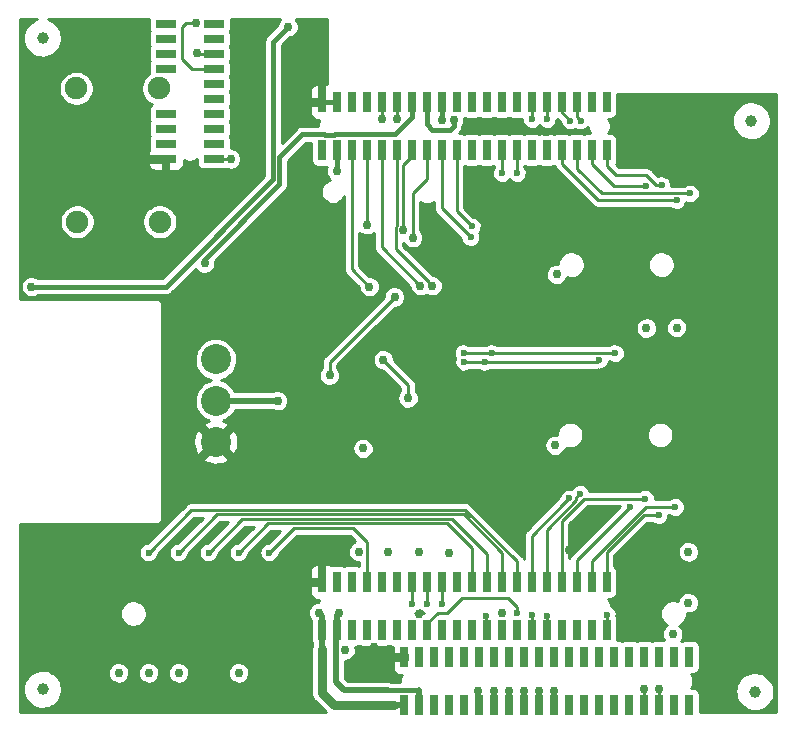
<source format=gbr>
%TF.GenerationSoftware,KiCad,Pcbnew,5.1.5+dfsg1-2build2*%
%TF.CreationDate,2020-06-30T13:18:29+03:00*%
%TF.ProjectId,Lime2-SHIELD_RevB,4c696d65-322d-4534-9849-454c445f5265,D*%
%TF.SameCoordinates,Original*%
%TF.FileFunction,Copper,L4,Bot*%
%TF.FilePolarity,Positive*%
%FSLAX46Y46*%
G04 Gerber Fmt 4.6, Leading zero omitted, Abs format (unit mm)*
G04 Created by KiCad (PCBNEW 5.1.5+dfsg1-2build2) date 2020-06-30 13:18:29*
%MOMM*%
%LPD*%
G04 APERTURE LIST*
%TA.AperFunction,SMDPad,CuDef*%
%ADD10R,1.800000X0.700000*%
%TD*%
%TA.AperFunction,ConnectorPad*%
%ADD11C,1.000000*%
%TD*%
%TA.AperFunction,SMDPad,CuDef*%
%ADD12R,0.700000X1.800000*%
%TD*%
%TA.AperFunction,ComponentPad*%
%ADD13C,2.540000*%
%TD*%
%TA.AperFunction,ComponentPad*%
%ADD14C,1.900000*%
%TD*%
%TA.AperFunction,ViaPad*%
%ADD15C,0.750000*%
%TD*%
%TA.AperFunction,ViaPad*%
%ADD16C,0.600000*%
%TD*%
%TA.AperFunction,Conductor*%
%ADD17C,0.508000*%
%TD*%
%TA.AperFunction,Conductor*%
%ADD18C,0.254000*%
%TD*%
%TA.AperFunction,Conductor*%
%ADD19C,0.406400*%
%TD*%
%TA.AperFunction,Conductor*%
%ADD20C,0.762000*%
%TD*%
%TA.AperFunction,Conductor*%
%ADD21C,0.127000*%
%TD*%
G04 APERTURE END LIST*
D10*
%TO.P,GPIO4,20*%
%TO.N,/PC17_USB_DRV*%
X114428000Y-42805000D03*
%TO.P,GPIO4,19*%
%TO.N,/FMINL*%
X118492000Y-42805000D03*
%TO.P,GPIO4,18*%
%TO.N,/PC16_SDC2_RST*%
X114428000Y-44075000D03*
%TO.P,GPIO4,17*%
%TO.N,/FNINR*%
X118492000Y-44075000D03*
%TO.P,GPIO4,16*%
%TO.N,/PC7_SDC2_CLK*%
X114428000Y-45345000D03*
%TO.P,GPIO4,15*%
%TO.N,/LINEINL*%
X118492000Y-45345000D03*
%TO.P,GPIO4,14*%
%TO.N,/PA14*%
X114428000Y-46615000D03*
%TO.P,GPIO4,13*%
%TO.N,/LINEINR*%
X118492000Y-46615000D03*
%TO.P,GPIO4,11*%
%TO.N,/TVIN3*%
X118492000Y-47885000D03*
%TO.P,GPIO4,9*%
%TO.N,/TVIN2*%
X118492000Y-49155000D03*
%TO.P,GPIO4,8*%
%TO.N,/MIC1OUTN*%
X114428000Y-50425000D03*
%TO.P,GPIO4,7*%
%TO.N,/TVIN1*%
X118492000Y-50425000D03*
%TO.P,GPIO4,6*%
%TO.N,/MIC1OUTP*%
X114428000Y-51695000D03*
%TO.P,GPIO4,5*%
%TO.N,/TVIN0*%
X118492000Y-51695000D03*
%TO.P,GPIO4,4*%
%TO.N,/NMI_IN*%
X114428000Y-52965000D03*
%TO.P,GPIO4,3*%
%TO.N,/TVOUT3*%
X118492000Y-52965000D03*
%TO.P,GPIO4,2*%
%TO.N,GND*%
X114428000Y-54235000D03*
%TO.P,GPIO4,1*%
%TO.N,/+3.3V*%
X118492000Y-54235000D03*
%TD*%
D11*
%TO.P,Ref\002A,Fid1*%
%TO.N,N/C*%
X104000000Y-99140000D03*
%TD*%
%TO.P,Ref\002A,Fid1*%
%TO.N,N/C*%
X164300000Y-99330000D03*
%TD*%
%TO.P,Ref\002A,Fid1*%
%TO.N,N/C*%
X164000000Y-51000000D03*
%TD*%
%TO.P,Ref\002A,Fid1*%
%TO.N,N/C*%
X104000000Y-44000000D03*
%TD*%
D12*
%TO.P,GPIO1,20*%
%TO.N,/PG7_UART3RX*%
X139065000Y-53467000D03*
%TO.P,GPIO1,19*%
%TO.N,/VGA-G*%
X139065000Y-49403000D03*
%TO.P,GPIO1,18*%
%TO.N,/PG6_UART3TX*%
X137795000Y-53467000D03*
%TO.P,GPIO1,17*%
%TO.N,/HPOUTR*%
X137795000Y-49403000D03*
%TO.P,GPIO1,16*%
%TO.N,/PG5*%
X136525000Y-53467000D03*
%TO.P,GPIO1,15*%
%TO.N,/HPCOM*%
X136525000Y-49403000D03*
%TO.P,GPIO1,14*%
%TO.N,/PG4*%
X135255000Y-53467000D03*
%TO.P,GPIO1,13*%
%TO.N,/HPOUTL*%
X135255000Y-49403000D03*
%TO.P,GPIO1,12*%
%TO.N,/PG3*%
X133985000Y-53467000D03*
%TO.P,GPIO1,11*%
%TO.N,/VMIC*%
X133985000Y-49403000D03*
%TO.P,GPIO1,10*%
%TO.N,/PG2*%
X132715000Y-53467000D03*
%TO.P,GPIO1,9*%
%TO.N,/MICIN1*%
X132715000Y-49403000D03*
%TO.P,GPIO1,8*%
%TO.N,/PG1*%
X131445000Y-53467000D03*
%TO.P,GPIO1,7*%
%TO.N,/LRADC1*%
X131445000Y-49403000D03*
%TO.P,GPIO1,6*%
%TO.N,/PG0*%
X130175000Y-53467000D03*
%TO.P,GPIO1,5*%
%TO.N,/LRADC0*%
X130175000Y-49403000D03*
%TO.P,GPIO1,4*%
%TO.N,/+3.3V*%
X128905000Y-53467000D03*
%TO.P,GPIO1,3*%
%TO.N,GND*%
X128905000Y-49403000D03*
%TO.P,GPIO1,2*%
%TO.N,Net-(GPIO1-Pad2)*%
X127635000Y-53467000D03*
%TO.P,GPIO1,1*%
%TO.N,GND*%
X127635000Y-49403000D03*
%TO.P,GPIO1,21*%
%TO.N,/VGA-B*%
X140335000Y-49403000D03*
%TO.P,GPIO1,22*%
%TO.N,/PG8*%
X140335000Y-53467000D03*
%TO.P,GPIO1,23*%
%TO.N,/VGA-R*%
X141605000Y-49403000D03*
%TO.P,GPIO1,24*%
%TO.N,/PG9*%
X141605000Y-53467000D03*
%TO.P,GPIO1,25*%
%TO.N,/UART0-RX*%
X142875000Y-49403000D03*
%TO.P,GPIO1,26*%
%TO.N,/PG10_UART4TX*%
X142875000Y-53467000D03*
%TO.P,GPIO1,27*%
%TO.N,/UART0-TX*%
X144145000Y-49403000D03*
%TO.P,GPIO1,28*%
%TO.N,/PG11_UART4RX*%
X144145000Y-53467000D03*
%TO.P,GPIO1,29*%
%TO.N,/PB21_TWI2-SDA*%
X145415000Y-49403000D03*
%TO.P,GPIO1,30*%
%TO.N,/PC3_SATA_PWE*%
X145415000Y-53467000D03*
%TO.P,GPIO1,31*%
%TO.N,/PB20_TWI2-SCL*%
X146685000Y-49403000D03*
%TO.P,GPIO1,32*%
%TO.N,/PC18*%
X146685000Y-53467000D03*
%TO.P,GPIO1,33*%
%TO.N,/PB19_TWI1-SDA*%
X147955000Y-49403000D03*
%TO.P,GPIO1,34*%
%TO.N,/PC19_SPI2_CS0*%
X147955000Y-53467000D03*
%TO.P,GPIO1,35*%
%TO.N,/PB18_TWI1-SCL*%
X149225000Y-49403000D03*
%TO.P,GPIO1,36*%
%TO.N,/PC20_SPI2_CLK*%
X149225000Y-53467000D03*
%TO.P,GPIO1,37*%
%TO.N,/PC24*%
X150495000Y-49403000D03*
%TO.P,GPIO1,38*%
%TO.N,/PC21_SPI2_MOSI*%
X150495000Y-53467000D03*
%TO.P,GPIO1,39*%
%TO.N,/SPI0_CS*%
X151765000Y-49403000D03*
%TO.P,GPIO1,40*%
%TO.N,/PC22_SPI2_MISO*%
X151765000Y-53467000D03*
%TD*%
%TO.P,GPIO3,20*%
%TO.N,/PH13*%
X146050000Y-100457000D03*
%TO.P,GPIO3,19*%
%TO.N,/PB11*%
X146050000Y-96393000D03*
%TO.P,GPIO3,18*%
%TO.N,/PH12*%
X144780000Y-100457000D03*
%TO.P,GPIO3,17*%
%TO.N,/PB10*%
X144780000Y-96393000D03*
%TO.P,GPIO3,16*%
%TO.N,/PH11*%
X143510000Y-100457000D03*
%TO.P,GPIO3,15*%
%TO.N,/PB9*%
X143510000Y-96393000D03*
%TO.P,GPIO3,14*%
%TO.N,/PH10*%
X142240000Y-100457000D03*
%TO.P,GPIO3,13*%
%TO.N,/PB8_SATA_PWE1*%
X142240000Y-96393000D03*
%TO.P,GPIO3,12*%
%TO.N,/PH9_CANS*%
X140970000Y-100457000D03*
%TO.P,GPIO3,11*%
%TO.N,/PB7*%
X140970000Y-96393000D03*
%TO.P,GPIO3,10*%
%TO.N,/PH7*%
X139700000Y-100457000D03*
%TO.P,GPIO3,9*%
%TO.N,/PB6*%
X139700000Y-96393000D03*
%TO.P,GPIO3,8*%
%TO.N,/PH0*%
X138430000Y-100457000D03*
%TO.P,GPIO3,7*%
%TO.N,/PB5*%
X138430000Y-96393000D03*
%TO.P,GPIO3,6*%
%TO.N,/RESET_N*%
X137160000Y-100457000D03*
%TO.P,GPIO3,5*%
%TO.N,/PB4*%
X137160000Y-96393000D03*
%TO.P,GPIO3,4*%
%TO.N,/+3.3V*%
X135890000Y-100457000D03*
%TO.P,GPIO3,3*%
%TO.N,/PB3*%
X135890000Y-96393000D03*
%TO.P,GPIO3,2*%
%TO.N,/+5V*%
X134620000Y-100457000D03*
%TO.P,GPIO3,1*%
%TO.N,GND*%
X134620000Y-96393000D03*
%TO.P,GPIO3,21*%
%TO.N,/PB12*%
X147320000Y-96393000D03*
%TO.P,GPIO3,22*%
%TO.N,/PH14*%
X147320000Y-100457000D03*
%TO.P,GPIO3,23*%
%TO.N,/PB13*%
X148590000Y-96393000D03*
%TO.P,GPIO3,24*%
%TO.N,/PH15*%
X148590000Y-100457000D03*
%TO.P,GPIO3,25*%
%TO.N,/PB14*%
X149860000Y-96393000D03*
%TO.P,GPIO3,26*%
%TO.N,/PH16*%
X149860000Y-100457000D03*
%TO.P,GPIO3,27*%
%TO.N,/PB15*%
X151130000Y-96393000D03*
%TO.P,GPIO3,28*%
%TO.N,/PH17*%
X151130000Y-100457000D03*
%TO.P,GPIO3,29*%
%TO.N,/PB16*%
X152400000Y-96393000D03*
%TO.P,GPIO3,30*%
%TO.N,/PH18*%
X152400000Y-100457000D03*
%TO.P,GPIO3,31*%
%TO.N,/PB17*%
X153670000Y-96393000D03*
%TO.P,GPIO3,32*%
%TO.N,/PH19*%
X153670000Y-100457000D03*
%TO.P,GPIO3,33*%
%TO.N,/PH24*%
X154940000Y-96393000D03*
%TO.P,GPIO3,34*%
%TO.N,/PH20_CANTX*%
X154940000Y-100457000D03*
%TO.P,GPIO3,35*%
%TO.N,/PH25*%
X156210000Y-96393000D03*
%TO.P,GPIO3,36*%
%TO.N,/PH21_CANRX*%
X156210000Y-100457000D03*
%TO.P,GPIO3,37*%
%TO.N,/PH26*%
X157480000Y-96393000D03*
%TO.P,GPIO3,38*%
%TO.N,/PH22*%
X157480000Y-100457000D03*
%TO.P,GPIO3,39*%
%TO.N,/PH27*%
X158750000Y-96393000D03*
%TO.P,GPIO3,40*%
%TO.N,/PH23*%
X158750000Y-100457000D03*
%TD*%
%TO.P,GPIO2,20*%
%TO.N,/PI5*%
X139065000Y-94107000D03*
%TO.P,GPIO2,19*%
%TO.N,/PE7*%
X139065000Y-90043000D03*
%TO.P,GPIO2,18*%
%TO.N,/PI4*%
X137795000Y-94107000D03*
%TO.P,GPIO2,17*%
%TO.N,/PE6*%
X137795000Y-90043000D03*
%TO.P,GPIO2,16*%
%TO.N,/PI3_PWM1*%
X136525000Y-94107000D03*
%TO.P,GPIO2,15*%
%TO.N,/PE5*%
X136525000Y-90043000D03*
%TO.P,GPIO2,14*%
%TO.N,/PI2*%
X135255000Y-94107000D03*
%TO.P,GPIO2,13*%
%TO.N,/PE4*%
X135255000Y-90043000D03*
%TO.P,GPIO2,12*%
%TO.N,/PI1*%
X133985000Y-94107000D03*
%TO.P,GPIO2,11*%
%TO.N,/PE3*%
X133985000Y-90043000D03*
%TO.P,GPIO2,10*%
%TO.N,/PI0*%
X132715000Y-94107000D03*
%TO.P,GPIO2,9*%
%TO.N,/PE2*%
X132715000Y-90043000D03*
%TO.P,GPIO2,8*%
%TO.N,/TWI0-SDA*%
X131445000Y-94107000D03*
%TO.P,GPIO2,7*%
%TO.N,/PE1*%
X131445000Y-90043000D03*
%TO.P,GPIO2,6*%
%TO.N,/TWI0-SCK*%
X130175000Y-94107000D03*
%TO.P,GPIO2,5*%
%TO.N,/PE0*%
X130175000Y-90043000D03*
%TO.P,GPIO2,4*%
%TO.N,/+3.3V*%
X128905000Y-94107000D03*
%TO.P,GPIO2,3*%
%TO.N,/LDO3_2.8V*%
X128905000Y-90043000D03*
%TO.P,GPIO2,2*%
%TO.N,/+5V*%
X127635000Y-94107000D03*
%TO.P,GPIO2,1*%
%TO.N,GND*%
X127635000Y-90043000D03*
%TO.P,GPIO2,21*%
%TO.N,/PE8*%
X140335000Y-90043000D03*
%TO.P,GPIO2,22*%
%TO.N,/PI6*%
X140335000Y-94107000D03*
%TO.P,GPIO2,23*%
%TO.N,/PE9*%
X141605000Y-90043000D03*
%TO.P,GPIO2,24*%
%TO.N,/PI7*%
X141605000Y-94107000D03*
%TO.P,GPIO2,25*%
%TO.N,/PE10*%
X142875000Y-90043000D03*
%TO.P,GPIO2,26*%
%TO.N,/PI8*%
X142875000Y-94107000D03*
%TO.P,GPIO2,27*%
%TO.N,/PE11*%
X144145000Y-90043000D03*
%TO.P,GPIO2,28*%
%TO.N,/PI9*%
X144145000Y-94107000D03*
%TO.P,GPIO2,29*%
%TO.N,/PI21_UART7RX*%
X145415000Y-90043000D03*
%TO.P,GPIO2,30*%
%TO.N,/PI10*%
X145415000Y-94107000D03*
%TO.P,GPIO2,31*%
%TO.N,/PI20_UART7TX*%
X146685000Y-90043000D03*
%TO.P,GPIO2,32*%
%TO.N,/PI11*%
X146685000Y-94107000D03*
%TO.P,GPIO2,33*%
%TO.N,/PI19_SPI1_MISO*%
X147955000Y-90043000D03*
%TO.P,GPIO2,34*%
%TO.N,/PI12*%
X147955000Y-94107000D03*
%TO.P,GPIO2,35*%
%TO.N,/PI18_SPI1_MOSI*%
X149225000Y-90043000D03*
%TO.P,GPIO2,36*%
%TO.N,/PI13*%
X149225000Y-94107000D03*
%TO.P,GPIO2,37*%
%TO.N,/PI17_SPI1_CLK*%
X150495000Y-90043000D03*
%TO.P,GPIO2,38*%
%TO.N,/PI14*%
X150495000Y-94107000D03*
%TO.P,GPIO2,39*%
%TO.N,/PI16_SPI1_CS0*%
X151765000Y-90043000D03*
%TO.P,GPIO2,40*%
%TO.N,/PI15*%
X151765000Y-94107000D03*
%TD*%
D13*
%TO.P,CAN1,3*%
%TO.N,GND*%
X118670000Y-78200000D03*
%TO.P,CAN1,1*%
%TO.N,Net-(CAN1-Pad1)*%
X118670000Y-71200000D03*
%TO.P,CAN1,2*%
%TO.N,Net-(CAN1-Pad2)*%
X118670000Y-74700000D03*
%TD*%
D14*
%TO.P,AUDIO_JACK_5PIN2,7*%
%TO.N,N/C*%
X113840000Y-48260000D03*
%TO.P,AUDIO_JACK_5PIN2,6*%
X106840000Y-48260000D03*
%TD*%
%TO.P,AUDIO_JACK_5PIN1,7*%
%TO.N,N/C*%
X113920000Y-59560000D03*
%TO.P,AUDIO_JACK_5PIN1,6*%
X106920000Y-59560000D03*
%TD*%
D15*
%TO.N,GND*%
X124800000Y-51450000D03*
X126450000Y-47550000D03*
X139360000Y-63306600D03*
X123860000Y-64328600D03*
X123860000Y-60239200D03*
X111201200Y-54254400D03*
X138353800Y-76784200D03*
X134264400Y-79984600D03*
X104089200Y-96697800D03*
X104089200Y-94157800D03*
X104089200Y-91617800D03*
X104089200Y-89077800D03*
X104089200Y-86537800D03*
X147370800Y-76708000D03*
X147497800Y-62484000D03*
X127750000Y-42600000D03*
X127850000Y-46700000D03*
X105840000Y-53735500D03*
X122047000Y-65303400D03*
X134848600Y-69138800D03*
X123647200Y-81280000D03*
X148584000Y-87325200D03*
X132029200Y-95529400D03*
X153593800Y-93675200D03*
X142875000Y-92704998D03*
X128219200Y-87274400D03*
X123113800Y-93751400D03*
X118033800Y-93751400D03*
X110439200Y-87350600D03*
X135839200Y-92760800D03*
X146650000Y-51950000D03*
%TO.N,Net-(CAN1-Pad2)*%
X123900000Y-74700000D03*
%TO.N,/HPCOM*%
X138811000Y-50927000D03*
%TO.N,/HPOUTR*%
X137795000Y-50927000D03*
%TO.N,/HPOUTL*%
X117729000Y-63055500D03*
%TO.N,Net-(AUDIO_JACK_5PIN1-Pad1)*%
X103050000Y-65050000D03*
X124777500Y-43053000D03*
%TO.N,/+3.3V*%
X128905000Y-55270400D03*
X147396200Y-78486000D03*
X147523200Y-64008000D03*
X119913400Y-54229000D03*
X138379200Y-87579200D03*
X158673800Y-87503000D03*
X129108200Y-92659200D03*
X134937500Y-74485500D03*
X132842000Y-71247000D03*
X158673800Y-91800000D03*
%TO.N,/MICIN1*%
X132715000Y-50863500D03*
%TO.N,/VMIC*%
X133985000Y-50863500D03*
D16*
%TO.N,/PG7_UART3RX*%
X140335000Y-59944000D03*
%TO.N,/PG6_UART3TX*%
X140241737Y-60866737D03*
D15*
%TO.N,/PG5*%
X135318500Y-60896500D03*
%TO.N,/PG4*%
X134527276Y-60267501D03*
%TO.N,/PG3*%
X136969500Y-64960500D03*
%TO.N,/PG2*%
X135953500Y-64960500D03*
%TO.N,/PG1*%
X131450000Y-59800000D03*
%TO.N,/PG0*%
X131654828Y-65043328D03*
%TO.N,/+5V*%
X157353000Y-94462600D03*
X127381000Y-92659200D03*
X131127500Y-78740000D03*
D16*
%TO.N,/PG10_UART4TX*%
X142875000Y-55435500D03*
%TO.N,/PG11_UART4RX*%
X144145000Y-55435500D03*
%TO.N,/PB21_TWI2-SDA*%
X145415000Y-50863500D03*
%TO.N,/PB20_TWI2-SCL*%
X146685000Y-50863500D03*
%TO.N,/PB19_TWI1-SDA*%
X142049500Y-70675500D03*
X148653500Y-50990500D03*
X152463500Y-70675500D03*
X139636500Y-70675500D03*
%TO.N,/PC19_SPI2_CS0*%
X157670500Y-57704010D03*
%TO.N,/PB18_TWI1-SCL*%
X141444261Y-71407739D03*
X149542500Y-50990500D03*
X151130000Y-71229500D03*
X139687736Y-71407739D03*
D15*
%TO.N,/PC20_SPI2_CLK*%
X130759200Y-87477600D03*
D16*
X158813500Y-57150000D03*
D15*
X157683200Y-68503800D03*
%TO.N,/PC21_SPI2_MOSI*%
X135839200Y-87528400D03*
D16*
X155067000Y-56515000D03*
D15*
%TO.N,/PC22_SPI2_MISO*%
X155117800Y-68554600D03*
X133273800Y-87477600D03*
D16*
X156400500Y-56451500D03*
%TO.N,/PE6*%
X137795000Y-91884500D03*
%TO.N,/PI3_PWM1*%
X144145000Y-92710000D03*
%TO.N,/PE5*%
X136525000Y-91884500D03*
%TO.N,/PE4*%
X135255000Y-91901000D03*
%TO.N,/PE1*%
X123190000Y-87566500D03*
%TO.N,/PE8*%
X120586500Y-87566500D03*
%TO.N,/PE9*%
X118046500Y-87566500D03*
%TO.N,/PI7*%
X141541500Y-92900500D03*
%TO.N,/PE10*%
X115506500Y-87566500D03*
%TO.N,/PE11*%
X112966500Y-87566500D03*
%TO.N,/PI21_UART7RX*%
X148570190Y-82974690D03*
%TO.N,/PI10*%
X145415000Y-92837000D03*
%TO.N,/PI20_UART7TX*%
X149500730Y-82583932D03*
%TO.N,/PI11*%
X146685000Y-92900500D03*
%TO.N,/PI19_SPI1_MISO*%
X155003500Y-82994500D03*
%TO.N,/PI18_SPI1_MOSI*%
X153733500Y-83693000D03*
%TO.N,/PI17_SPI1_CLK*%
X157543500Y-83693000D03*
%TO.N,/PI16_SPI1_CS0*%
X156146500Y-84391500D03*
%TO.N,/PI15*%
X151765000Y-92837000D03*
D15*
%TO.N,/PH13*%
X146050000Y-99308011D03*
X120599200Y-97739200D03*
%TO.N,/PH12*%
X144780000Y-99308011D03*
X115519200Y-97739200D03*
%TO.N,/PH11*%
X143510000Y-99308011D03*
X112979200Y-97739200D03*
%TO.N,/PH10*%
X142240000Y-99308011D03*
X110439200Y-97739200D03*
%TO.N,/PH9_CANS*%
X140893800Y-99314000D03*
%TO.N,/PH14*%
X147320000Y-99308011D03*
X129597500Y-95834200D03*
%TO.N,/PH20_CANTX*%
X154940000Y-99123500D03*
%TO.N,/PH21_CANRX*%
X156210000Y-99123500D03*
%TO.N,/LINEINL*%
X117050000Y-45300000D03*
%TO.N,/LINEINR*%
X117000000Y-42750000D03*
%TO.N,Net-(MICRO_SD1-Pad5)*%
X128300000Y-72550000D03*
X133794500Y-65905500D03*
%TD*%
D17*
%TO.N,GND*%
X114428000Y-54235000D02*
X111220600Y-54235000D01*
X111220600Y-54235000D02*
X111201200Y-54254400D01*
D18*
X128219200Y-49403000D02*
X128270000Y-49352200D01*
D19*
X127635000Y-49403000D02*
X128219200Y-49403000D01*
X128219200Y-49403000D02*
X128905000Y-49403000D01*
D17*
X134620000Y-96393000D02*
X132892800Y-96393000D01*
X132892800Y-96393000D02*
X132029200Y-95529400D01*
X128219200Y-87274400D02*
X127635000Y-87858600D01*
X127635000Y-87858600D02*
X127635000Y-90043000D01*
%TO.N,Net-(CAN1-Pad2)*%
X123369670Y-74700000D02*
X118670000Y-74700000D01*
X123900000Y-74700000D02*
X123369670Y-74700000D01*
%TO.N,Net-(CAN1-Pad1)*%
X118717000Y-71247000D02*
X118670000Y-71200000D01*
D19*
%TO.N,/HPCOM*%
X138811000Y-51457330D02*
X138528530Y-51739800D01*
X138811000Y-50927000D02*
X138811000Y-51457330D01*
X138528530Y-51739800D02*
X137007600Y-51739800D01*
X137007600Y-51739800D02*
X136525000Y-51257200D01*
X136525000Y-51257200D02*
X136525000Y-49403000D01*
%TO.N,/HPOUTR*%
X137795000Y-50927000D02*
X137795000Y-49403000D01*
%TO.N,/HPOUTL*%
X128644497Y-52215201D02*
X127895503Y-52215201D01*
X128726198Y-52133500D02*
X128644497Y-52215201D01*
X127895503Y-52215201D02*
X127813802Y-52133500D01*
X133830900Y-52133500D02*
X128726198Y-52133500D01*
X135255000Y-49403000D02*
X135255000Y-50709400D01*
X135255000Y-50709400D02*
X133830900Y-52133500D01*
X127813802Y-52133500D02*
X125984000Y-52133500D01*
X124040910Y-56362590D02*
X117729000Y-62674500D01*
X125984000Y-52133500D02*
X124040910Y-54076590D01*
X124040910Y-54076590D02*
X124040910Y-56362590D01*
X117729000Y-62674500D02*
X117729000Y-63055500D01*
%TO.N,Net-(AUDIO_JACK_5PIN1-Pad1)*%
X103580330Y-65050000D02*
X103050000Y-65050000D01*
X124777500Y-43053000D02*
X123507500Y-44323000D01*
X123507500Y-55965092D02*
X114422592Y-65050000D01*
X123507500Y-44323000D02*
X123507500Y-55965092D01*
X114422592Y-65050000D02*
X103580330Y-65050000D01*
%TO.N,/+3.3V*%
X128905000Y-53467000D02*
X128905000Y-55270400D01*
D18*
X119907400Y-54235000D02*
X119913400Y-54229000D01*
X118492000Y-54235000D02*
X119907400Y-54235000D01*
D17*
X128905000Y-92862400D02*
X129108200Y-92659200D01*
X128905000Y-94107000D02*
X128905000Y-92862400D01*
X129494701Y-99205201D02*
X133204799Y-99205201D01*
D19*
X129494701Y-99205201D02*
X129476500Y-99187000D01*
D17*
X128841500Y-98552000D02*
X129476500Y-99187000D01*
D19*
X135890000Y-99187000D02*
X135871799Y-99205201D01*
X135871799Y-99205201D02*
X129494701Y-99205201D01*
D17*
X128841500Y-98552000D02*
X128841500Y-94170500D01*
X128841500Y-94170500D02*
X128905000Y-94107000D01*
X135890000Y-100457000D02*
X135890000Y-99187000D01*
D18*
X134937500Y-73342500D02*
X134937500Y-74485500D01*
X132842000Y-71247000D02*
X134937500Y-73342500D01*
%TO.N,/MICIN1*%
X132715000Y-49403000D02*
X132715000Y-50863500D01*
%TO.N,/VMIC*%
X133985000Y-49403000D02*
X133985000Y-50863500D01*
%TO.N,/PG7_UART3RX*%
X140335000Y-59944000D02*
X139065000Y-58674000D01*
X139065000Y-58674000D02*
X139065000Y-53467000D01*
%TO.N,/PG6_UART3TX*%
X137795000Y-53467000D02*
X137795000Y-58420000D01*
X137795000Y-58420000D02*
X140241737Y-60866737D01*
%TO.N,/PG5*%
X136525000Y-55919878D02*
X135318500Y-57126378D01*
X135318500Y-57126378D02*
X135318500Y-60896500D01*
X136525000Y-53467000D02*
X136525000Y-55919878D01*
%TO.N,/PG4*%
X135255000Y-54017000D02*
X134527276Y-54744724D01*
X135255000Y-53467000D02*
X135255000Y-54017000D01*
X134527276Y-54744724D02*
X134527276Y-59737171D01*
X134527276Y-59737171D02*
X134527276Y-60267501D01*
%TO.N,/PG3*%
X133898275Y-61889275D02*
X136594501Y-64585501D01*
X136594501Y-64585501D02*
X136969500Y-64960500D01*
X133898275Y-59965580D02*
X133898275Y-61889275D01*
X133985000Y-59878855D02*
X133898275Y-59965580D01*
X133985000Y-53467000D02*
X133985000Y-59878855D01*
%TO.N,/PG2*%
X132715000Y-61722000D02*
X135953500Y-64960500D01*
X132715000Y-53467000D02*
X132715000Y-61722000D01*
%TO.N,/PG1*%
X131445000Y-53467000D02*
X131445000Y-54621000D01*
X131450000Y-59269670D02*
X131450000Y-56800000D01*
X131450000Y-59800000D02*
X131450000Y-59269670D01*
X131445000Y-54621000D02*
X131450000Y-56800000D01*
X131450000Y-56800000D02*
X131445000Y-56832500D01*
%TO.N,/PG0*%
X130175000Y-53467000D02*
X130175000Y-63563500D01*
X130175000Y-63563500D02*
X131654828Y-65043328D01*
D20*
%TO.N,/+5V*%
X127635000Y-99441000D02*
X127635000Y-95758000D01*
X128651000Y-100457000D02*
X127635000Y-99441000D01*
D17*
X134620000Y-100457000D02*
X133781800Y-100457000D01*
D20*
X133781800Y-100457000D02*
X128651000Y-100457000D01*
D17*
X127635000Y-92913200D02*
X127381000Y-92659200D01*
X127635000Y-94107000D02*
X127635000Y-92913200D01*
X127635000Y-99441000D02*
X127635000Y-94107000D01*
D18*
%TO.N,/PG10_UART4TX*%
X142875000Y-55435500D02*
X142875000Y-53467000D01*
%TO.N,/PG11_UART4RX*%
X144145000Y-54621000D02*
X144145000Y-55435500D01*
X144145000Y-53467000D02*
X144145000Y-54621000D01*
%TO.N,/PB21_TWI2-SDA*%
X145415000Y-50863500D02*
X145415000Y-49403000D01*
%TO.N,/PB20_TWI2-SCL*%
X146685000Y-49403000D02*
X146685000Y-50863500D01*
%TO.N,/PB19_TWI1-SDA*%
X139636500Y-70675500D02*
X142049500Y-70675500D01*
X152463500Y-70675500D02*
X142049500Y-70675500D01*
X147955000Y-50292000D02*
X148653500Y-50990500D01*
X147955000Y-49403000D02*
X147955000Y-50292000D01*
%TO.N,/PC19_SPI2_CS0*%
X151038010Y-57704010D02*
X157246236Y-57704010D01*
X147955000Y-53467000D02*
X147955000Y-54621000D01*
X157246236Y-57704010D02*
X157670500Y-57704010D01*
X147955000Y-54621000D02*
X151038010Y-57704010D01*
%TO.N,/PB18_TWI1-SCL*%
X141444261Y-71407739D02*
X150951761Y-71407739D01*
X139687736Y-71407739D02*
X141444261Y-71407739D01*
X149225000Y-50673000D02*
X149542500Y-50990500D01*
X149225000Y-49403000D02*
X149225000Y-50673000D01*
X150951761Y-71407739D02*
X151130000Y-71229500D01*
%TO.N,/PC20_SPI2_CLK*%
X149225000Y-55054500D02*
X151320500Y-57150000D01*
X149225000Y-53467000D02*
X149225000Y-55054500D01*
X151320500Y-57150000D02*
X158813500Y-57150000D01*
%TO.N,/PC21_SPI2_MOSI*%
X150495000Y-54621000D02*
X152389000Y-56515000D01*
X150495000Y-53467000D02*
X150495000Y-54621000D01*
X152389000Y-56515000D02*
X155067000Y-56515000D01*
%TO.N,/PC22_SPI2_MISO*%
X151765000Y-54800500D02*
X152527000Y-55562500D01*
X152527000Y-55562500D02*
X155067000Y-55562500D01*
X155956000Y-56451500D02*
X156400500Y-56451500D01*
X151765000Y-53467000D02*
X151765000Y-54800500D01*
X155067000Y-55562500D02*
X155956000Y-56451500D01*
%TO.N,/PE6*%
X137795000Y-91884500D02*
X137795000Y-90043000D01*
%TO.N,/PI3_PWM1*%
X143433800Y-91440000D02*
X144145000Y-92151200D01*
X144145000Y-92151200D02*
X144145000Y-92710000D01*
X138276821Y-92634579D02*
X139471400Y-91440000D01*
X139471400Y-91440000D02*
X143433800Y-91440000D01*
X136525000Y-94107000D02*
X136525000Y-93557000D01*
X137447421Y-92634579D02*
X138276821Y-92634579D01*
X136525000Y-93557000D02*
X137447421Y-92634579D01*
%TO.N,/PE5*%
X136525000Y-91197000D02*
X136525000Y-91884500D01*
X136525000Y-90043000D02*
X136525000Y-91197000D01*
X136525000Y-90043000D02*
X136525000Y-90593000D01*
%TO.N,/PE4*%
X135255000Y-91901000D02*
X135255000Y-90043000D01*
%TO.N,/PE1*%
X131445000Y-86664800D02*
X130276600Y-85496400D01*
X131445000Y-90043000D02*
X131445000Y-86664800D01*
X130276600Y-85496400D02*
X125260100Y-85496400D01*
X125260100Y-85496400D02*
X123190000Y-87566500D01*
%TO.N,/PE8*%
X123063000Y-85090000D02*
X138226800Y-85090000D01*
X120586500Y-87566500D02*
X123063000Y-85090000D01*
X138226800Y-85090000D02*
X140335000Y-87198200D01*
X140335000Y-87198200D02*
X140335000Y-90043000D01*
%TO.N,/PE9*%
X141605000Y-87693500D02*
X141605000Y-90043000D01*
X138620490Y-84708990D02*
X141605000Y-87693500D01*
X118046500Y-87566500D02*
X120904010Y-84708990D01*
X120904010Y-84708990D02*
X138620490Y-84708990D01*
%TO.N,/PI7*%
X141541500Y-92900500D02*
X141541500Y-94043500D01*
X141541500Y-94043500D02*
X141605000Y-94107000D01*
%TO.N,/PE10*%
X139636480Y-84327980D02*
X142875000Y-87566500D01*
X142875000Y-87566500D02*
X142875000Y-90043000D01*
X118745020Y-84327980D02*
X139636480Y-84327980D01*
X115506500Y-87566500D02*
X118745020Y-84327980D01*
%TO.N,/PE11*%
X116586030Y-83946970D02*
X139794299Y-83946970D01*
X144145000Y-88297671D02*
X144145000Y-88889000D01*
X144145000Y-88889000D02*
X144145000Y-90043000D01*
X139794299Y-83946970D02*
X144145000Y-88297671D01*
X112966500Y-87566500D02*
X116586030Y-83946970D01*
%TO.N,/PI21_UART7RX*%
X148270191Y-83274689D02*
X148570190Y-82974690D01*
X145415000Y-86129880D02*
X148270191Y-83274689D01*
X145415000Y-90043000D02*
X145415000Y-86129880D01*
%TO.N,/PI10*%
X145415000Y-92837000D02*
X145415000Y-94107000D01*
%TO.N,/PI20_UART7TX*%
X146685000Y-90043000D02*
X146685000Y-85643370D01*
X146685000Y-85643370D02*
X149200731Y-83127639D01*
X149200731Y-83127639D02*
X149200731Y-82883931D01*
X149200731Y-82883931D02*
X149500730Y-82583932D01*
%TO.N,/PI11*%
X146685000Y-92900500D02*
X146685000Y-94107000D01*
%TO.N,/PI19_SPI1_MISO*%
X155003500Y-82994500D02*
X149872700Y-82994500D01*
X147955000Y-84912200D02*
X147955000Y-90043000D01*
X149872700Y-82994500D02*
X147955000Y-84912200D01*
%TO.N,/PI18_SPI1_MOSI*%
X149225000Y-88201500D02*
X153733500Y-83693000D01*
X149225000Y-90043000D02*
X149225000Y-88201500D01*
%TO.N,/PI17_SPI1_CLK*%
X155067000Y-83693000D02*
X150495000Y-88265000D01*
X150495000Y-88265000D02*
X150495000Y-90043000D01*
X157543500Y-83693000D02*
X155067000Y-83693000D01*
%TO.N,/PI16_SPI1_CS0*%
X154907328Y-84391500D02*
X156146500Y-84391500D01*
X151765000Y-87533828D02*
X154907328Y-84391500D01*
X151765000Y-88889000D02*
X151765000Y-87533828D01*
X151765000Y-90043000D02*
X151765000Y-88889000D01*
%TO.N,/PI15*%
X151765000Y-92837000D02*
X151765000Y-94107000D01*
D21*
%TO.N,/PH13*%
X146050000Y-100457000D02*
X146050000Y-99308011D01*
%TO.N,/PH12*%
X144780000Y-100457000D02*
X144780000Y-99308011D01*
%TO.N,/PH11*%
X143510000Y-100457000D02*
X143510000Y-99308011D01*
%TO.N,/PH10*%
X142240000Y-100457000D02*
X142240000Y-99308011D01*
D18*
%TO.N,/PH9_CANS*%
X140893800Y-99844330D02*
X140893800Y-99314000D01*
X140970000Y-100457000D02*
X140893800Y-100380800D01*
X140893800Y-100380800D02*
X140893800Y-99844330D01*
D21*
%TO.N,/PH14*%
X147320000Y-100457000D02*
X147320000Y-99308011D01*
D18*
%TO.N,/PH20_CANTX*%
X154940000Y-99303000D02*
X154940000Y-99123500D01*
X154940000Y-100457000D02*
X154940000Y-99303000D01*
%TO.N,/PH21_CANRX*%
X156210000Y-100457000D02*
X156210000Y-99123500D01*
%TO.N,/LINEINL*%
X118492000Y-45345000D02*
X117095000Y-45345000D01*
X117095000Y-45345000D02*
X117050000Y-45300000D01*
%TO.N,/PC7_SDC2_CLK*%
X114422000Y-45339000D02*
X114428000Y-45345000D01*
%TO.N,/LINEINR*%
X115800000Y-45800000D02*
X115800000Y-43050000D01*
X116100000Y-42750000D02*
X117000000Y-42750000D01*
X118492000Y-46615000D02*
X116615000Y-46615000D01*
X115800000Y-43050000D02*
X116100000Y-42750000D01*
X116615000Y-46615000D02*
X115800000Y-45800000D01*
%TO.N,/PA14*%
X114422000Y-46609000D02*
X114428000Y-46615000D01*
%TO.N,Net-(MICRO_SD1-Pad5)*%
X128300000Y-71400000D02*
X133794500Y-65905500D01*
X128300000Y-72550000D02*
X128300000Y-71400000D01*
%TD*%
%TO.N,GND*%
G36*
X103303805Y-42507004D02*
G01*
X103074059Y-42637519D01*
X102868134Y-42803086D01*
X102691330Y-42999446D01*
X102548195Y-43221549D01*
X102442411Y-43463679D01*
X102376700Y-43719607D01*
X102352752Y-43982749D01*
X102371184Y-44246335D01*
X102431521Y-44503583D01*
X102532211Y-44747876D01*
X102670663Y-44972927D01*
X102843317Y-45172947D01*
X103045728Y-45342791D01*
X103272690Y-45478088D01*
X103518365Y-45575358D01*
X103776431Y-45632097D01*
X104040248Y-45646846D01*
X104303030Y-45619227D01*
X104558016Y-45549949D01*
X104798646Y-45440794D01*
X105018727Y-45294572D01*
X105212601Y-45115044D01*
X105375277Y-44906828D01*
X105502570Y-44675282D01*
X105591207Y-44426363D01*
X105639025Y-44165821D01*
X105642138Y-43868541D01*
X105599786Y-43607055D01*
X105516382Y-43356334D01*
X105393966Y-43122173D01*
X105235686Y-42910595D01*
X105045615Y-42727047D01*
X104828644Y-42576247D01*
X104590353Y-42462078D01*
X104467772Y-42426000D01*
X112997464Y-42426000D01*
X112994164Y-42442590D01*
X112994164Y-43167410D01*
X113032520Y-43360235D01*
X113085817Y-43440000D01*
X113032520Y-43519765D01*
X112994164Y-43712590D01*
X112994164Y-44437410D01*
X113032520Y-44630235D01*
X113085817Y-44710000D01*
X113032520Y-44789765D01*
X112994164Y-44982590D01*
X112994164Y-45707410D01*
X113032520Y-45900235D01*
X113085817Y-45980000D01*
X113032520Y-46059765D01*
X112994164Y-46252590D01*
X112994164Y-46977410D01*
X113006046Y-47037146D01*
X112990167Y-47046314D01*
X112792324Y-47212324D01*
X112626314Y-47410167D01*
X112497181Y-47633833D01*
X112408848Y-47876524D01*
X112364001Y-48130866D01*
X112364001Y-48389134D01*
X112408848Y-48643476D01*
X112497181Y-48886167D01*
X112626314Y-49109833D01*
X112792324Y-49307676D01*
X112990167Y-49473686D01*
X113213833Y-49602819D01*
X113261778Y-49620270D01*
X113148775Y-49695775D01*
X113032520Y-49869765D01*
X112994164Y-50062590D01*
X112994164Y-50787410D01*
X113032520Y-50980235D01*
X113085817Y-51060000D01*
X113032520Y-51139765D01*
X112994164Y-51332590D01*
X112994164Y-52057410D01*
X113032520Y-52250235D01*
X113085817Y-52330000D01*
X113032520Y-52409765D01*
X112994164Y-52602590D01*
X112994164Y-53327410D01*
X113025857Y-53486737D01*
X112923044Y-53664814D01*
X112862002Y-54011000D01*
X114652000Y-54011000D01*
X114652000Y-55226837D01*
X115344588Y-55226837D01*
X115645512Y-55146205D01*
X115821165Y-54998815D01*
X115932956Y-54805186D01*
X115969837Y-54596024D01*
X115969837Y-54327822D01*
X116101275Y-54405709D01*
X116296250Y-54466624D01*
X116500008Y-54481051D01*
X116701621Y-54448216D01*
X116890272Y-54369881D01*
X117055843Y-54250248D01*
X117058164Y-54247564D01*
X117058164Y-54597410D01*
X117096520Y-54790235D01*
X117212775Y-54964225D01*
X117386765Y-55080480D01*
X117579590Y-55118836D01*
X119404410Y-55118836D01*
X119597234Y-55080480D01*
X119604656Y-55075521D01*
X119715007Y-55116560D01*
X119960998Y-55137216D01*
X120203481Y-55090960D01*
X120424594Y-54981199D01*
X120608044Y-54816020D01*
X120740317Y-54607592D01*
X120811860Y-54370627D01*
X120814629Y-54106220D01*
X120748064Y-53867809D01*
X120620185Y-53656656D01*
X120440235Y-53487672D01*
X120221469Y-53373304D01*
X119980007Y-53321980D01*
X119925836Y-53325388D01*
X119925836Y-52602590D01*
X119887480Y-52409765D01*
X119834183Y-52330000D01*
X119887480Y-52250235D01*
X119925836Y-52057410D01*
X119925836Y-51332590D01*
X119887480Y-51139765D01*
X119834183Y-51060000D01*
X119887480Y-50980235D01*
X119925836Y-50787410D01*
X119925836Y-50062590D01*
X119887480Y-49869765D01*
X119834183Y-49790000D01*
X119887480Y-49710235D01*
X119925836Y-49517410D01*
X119925836Y-48792590D01*
X119887480Y-48599765D01*
X119834183Y-48520000D01*
X119887480Y-48440235D01*
X119925836Y-48247410D01*
X119925836Y-47522590D01*
X119887480Y-47329765D01*
X119834183Y-47250000D01*
X119887480Y-47170235D01*
X119925836Y-46977410D01*
X119925836Y-46252590D01*
X119887480Y-46059765D01*
X119834183Y-45980000D01*
X119887480Y-45900235D01*
X119925836Y-45707410D01*
X119925836Y-44982590D01*
X119887480Y-44789765D01*
X119834183Y-44710000D01*
X119887480Y-44630235D01*
X119925836Y-44437410D01*
X119925836Y-43712590D01*
X119887480Y-43519765D01*
X119834183Y-43440000D01*
X119887480Y-43360235D01*
X119925836Y-43167410D01*
X119925836Y-42442590D01*
X119922536Y-42426000D01*
X124126787Y-42426000D01*
X124004554Y-42573754D01*
X123904149Y-42799268D01*
X123887545Y-42911710D01*
X122954273Y-43844983D01*
X122954268Y-43844990D01*
X122910211Y-43889047D01*
X122883836Y-43940813D01*
X122849681Y-43987823D01*
X122831724Y-44043087D01*
X122805346Y-44094858D01*
X122796256Y-44152249D01*
X122778302Y-44207506D01*
X122778302Y-44265886D01*
X122778300Y-44265899D01*
X122778301Y-55663047D01*
X114120549Y-64320800D01*
X103589750Y-64320800D01*
X103576835Y-64308672D01*
X103358069Y-64194304D01*
X103116607Y-64142980D01*
X102870238Y-64158480D01*
X102637113Y-64239663D01*
X102434406Y-64380548D01*
X102277054Y-64570754D01*
X102176649Y-64796268D01*
X102140587Y-65040476D01*
X102171527Y-65285387D01*
X102267188Y-65512954D01*
X102420521Y-65706414D01*
X102620233Y-65851512D01*
X102851607Y-65937560D01*
X103097598Y-65958216D01*
X103340081Y-65911960D01*
X103561194Y-65802199D01*
X103586737Y-65779200D01*
X114479694Y-65779200D01*
X114479707Y-65779198D01*
X114538085Y-65779198D01*
X114593337Y-65761246D01*
X114650735Y-65752154D01*
X114702508Y-65725774D01*
X114757768Y-65707819D01*
X114804772Y-65673669D01*
X114856547Y-65647288D01*
X114898312Y-65605523D01*
X114898319Y-65605517D01*
X116963517Y-63540318D01*
X117099521Y-63711914D01*
X117299233Y-63857012D01*
X117530607Y-63943060D01*
X117776598Y-63963716D01*
X118019081Y-63917460D01*
X118240194Y-63807699D01*
X118423644Y-63642520D01*
X118555917Y-63434092D01*
X118627460Y-63197127D01*
X118630229Y-62932720D01*
X118602247Y-62832496D01*
X124597469Y-56837276D01*
X124597476Y-56837266D01*
X124638198Y-56796545D01*
X124664576Y-56744773D01*
X124698729Y-56697767D01*
X124716686Y-56642503D01*
X124743064Y-56590733D01*
X124752154Y-56533343D01*
X124770109Y-56478084D01*
X124770109Y-56420490D01*
X124770110Y-56420484D01*
X124770110Y-54378633D01*
X126286044Y-52862700D01*
X126751164Y-52862700D01*
X126751164Y-54379410D01*
X126789520Y-54572235D01*
X126905775Y-54746225D01*
X127079765Y-54862480D01*
X127272590Y-54900836D01*
X127997410Y-54900836D01*
X128091559Y-54882108D01*
X128031649Y-55016668D01*
X127995587Y-55260876D01*
X128026527Y-55505787D01*
X128122188Y-55733354D01*
X128275521Y-55926814D01*
X128359025Y-55987483D01*
X128347508Y-55988693D01*
X128142390Y-56055340D01*
X127955611Y-56163176D01*
X127795334Y-56307491D01*
X127668564Y-56481975D01*
X127580842Y-56679002D01*
X127536000Y-56889963D01*
X127536000Y-57105637D01*
X127580842Y-57316598D01*
X127668564Y-57513625D01*
X127795334Y-57688109D01*
X127955611Y-57832424D01*
X128142390Y-57940260D01*
X128347508Y-58006907D01*
X128562000Y-58029451D01*
X128776492Y-58006907D01*
X128981610Y-57940260D01*
X129168389Y-57832424D01*
X129328666Y-57688109D01*
X129455436Y-57513625D01*
X129522000Y-57364119D01*
X129522001Y-63493828D01*
X129513715Y-63532315D01*
X129522001Y-63602321D01*
X129522001Y-63617688D01*
X129528297Y-63655512D01*
X129539930Y-63753795D01*
X129546506Y-63764915D01*
X129548674Y-63777940D01*
X129651903Y-63969257D01*
X129722991Y-64034970D01*
X130748826Y-65060806D01*
X130776355Y-65278715D01*
X130872016Y-65506282D01*
X131025349Y-65699742D01*
X131225061Y-65844840D01*
X131456435Y-65930888D01*
X131702426Y-65951544D01*
X131944909Y-65905288D01*
X132166022Y-65795527D01*
X132349472Y-65630348D01*
X132481745Y-65421920D01*
X132553288Y-65184955D01*
X132556057Y-64920548D01*
X132489492Y-64682137D01*
X132361613Y-64470984D01*
X132181663Y-64302000D01*
X131962897Y-64187632D01*
X131721435Y-64136308D01*
X131674256Y-64139276D01*
X130828000Y-63293020D01*
X130828000Y-60461848D01*
X131020233Y-60601512D01*
X131251607Y-60687560D01*
X131497598Y-60708216D01*
X131740081Y-60661960D01*
X131961194Y-60552199D01*
X132062001Y-60461432D01*
X132062001Y-61652328D01*
X132053715Y-61690815D01*
X132062001Y-61760821D01*
X132062001Y-61776188D01*
X132068297Y-61814012D01*
X132079930Y-61912295D01*
X132086506Y-61923415D01*
X132088674Y-61936440D01*
X132191903Y-62127757D01*
X132262991Y-62193470D01*
X135047498Y-64977978D01*
X135075027Y-65195887D01*
X135170688Y-65423454D01*
X135324021Y-65616914D01*
X135523733Y-65762012D01*
X135755107Y-65848060D01*
X136001098Y-65868716D01*
X136243581Y-65822460D01*
X136464694Y-65712699D01*
X136467894Y-65709818D01*
X136539733Y-65762012D01*
X136771107Y-65848060D01*
X137017098Y-65868716D01*
X137259581Y-65822460D01*
X137480694Y-65712699D01*
X137664144Y-65547520D01*
X137796417Y-65339092D01*
X137867960Y-65102127D01*
X137870729Y-64837720D01*
X137804164Y-64599309D01*
X137676285Y-64388156D01*
X137496335Y-64219172D01*
X137277569Y-64104804D01*
X137036107Y-64053480D01*
X136988928Y-64056448D01*
X136930956Y-63998476D01*
X146613787Y-63998476D01*
X146644727Y-64243387D01*
X146740388Y-64470954D01*
X146893721Y-64664414D01*
X147093433Y-64809512D01*
X147324807Y-64895560D01*
X147570798Y-64916216D01*
X147813281Y-64869960D01*
X148034394Y-64760199D01*
X148217844Y-64595020D01*
X148350117Y-64386592D01*
X148392940Y-64244753D01*
X148603447Y-64300371D01*
X148831842Y-64313140D01*
X149058140Y-64279724D01*
X149273097Y-64201486D01*
X149467931Y-64081622D01*
X149634685Y-63925031D01*
X149766545Y-63738107D01*
X149858126Y-63528488D01*
X149905732Y-63304516D01*
X149906171Y-63178549D01*
X155268701Y-63178549D01*
X155291024Y-63406210D01*
X155358668Y-63624731D01*
X155468870Y-63825188D01*
X155617128Y-63999392D01*
X155797388Y-64140226D01*
X156002284Y-64241937D01*
X156223447Y-64300371D01*
X156451842Y-64313140D01*
X156678140Y-64279724D01*
X156893097Y-64201486D01*
X157087931Y-64081622D01*
X157254685Y-63925031D01*
X157386545Y-63738107D01*
X157478126Y-63528488D01*
X157525732Y-63304516D01*
X157526556Y-63068342D01*
X157480514Y-62844044D01*
X157390399Y-62633790D01*
X157259848Y-62445951D01*
X157094192Y-62288198D01*
X156900199Y-62166978D01*
X156685793Y-62087241D01*
X156459734Y-62052246D01*
X156231256Y-62063421D01*
X156009690Y-62120308D01*
X155804089Y-62220586D01*
X155622850Y-62360159D01*
X155473380Y-62533324D01*
X155361781Y-62733006D01*
X155292613Y-62951050D01*
X155268701Y-63178549D01*
X149906171Y-63178549D01*
X149906556Y-63068342D01*
X149860514Y-62844044D01*
X149770399Y-62633790D01*
X149639848Y-62445951D01*
X149474192Y-62288198D01*
X149280199Y-62166978D01*
X149065793Y-62087241D01*
X148839734Y-62052246D01*
X148611256Y-62063421D01*
X148389690Y-62120308D01*
X148184089Y-62220586D01*
X148002850Y-62360159D01*
X147853380Y-62533324D01*
X147741781Y-62733006D01*
X147672613Y-62951050D01*
X147655389Y-63114920D01*
X147589807Y-63100980D01*
X147343438Y-63116480D01*
X147110313Y-63197663D01*
X146907606Y-63338548D01*
X146750254Y-63528754D01*
X146649849Y-63754268D01*
X146613787Y-63998476D01*
X136930956Y-63998476D01*
X134551275Y-61618795D01*
X134551275Y-61379120D01*
X134689021Y-61552914D01*
X134888733Y-61698012D01*
X135120107Y-61784060D01*
X135366098Y-61804716D01*
X135608581Y-61758460D01*
X135829694Y-61648699D01*
X136013144Y-61483520D01*
X136145417Y-61275092D01*
X136216960Y-61038127D01*
X136219729Y-60773720D01*
X136153164Y-60535309D01*
X136025285Y-60324156D01*
X135971500Y-60273649D01*
X135971500Y-57841020D01*
X136143390Y-57940260D01*
X136348508Y-58006907D01*
X136563000Y-58029451D01*
X136777492Y-58006907D01*
X136982610Y-57940260D01*
X137142001Y-57848236D01*
X137142001Y-58350328D01*
X137133715Y-58388815D01*
X137142001Y-58458821D01*
X137142001Y-58474188D01*
X137148297Y-58512012D01*
X137159930Y-58610295D01*
X137166506Y-58621415D01*
X137168674Y-58634440D01*
X137271903Y-58825757D01*
X137342991Y-58891470D01*
X139422176Y-60970656D01*
X139441229Y-61105379D01*
X139546788Y-61330211D01*
X139713789Y-61514065D01*
X139927469Y-61640687D01*
X140168934Y-61698880D01*
X140416836Y-61683501D01*
X140649257Y-61595908D01*
X140845648Y-61443846D01*
X140988644Y-61240759D01*
X141065759Y-61004123D01*
X141068032Y-60743753D01*
X140995058Y-60505807D01*
X140972795Y-60472987D01*
X141081907Y-60318022D01*
X141159022Y-60081386D01*
X141161295Y-59821016D01*
X141088321Y-59583069D01*
X140948890Y-59377519D01*
X140755184Y-59222053D01*
X140524327Y-59130417D01*
X140438029Y-59123549D01*
X139718000Y-58403520D01*
X139718000Y-54821211D01*
X139779765Y-54862480D01*
X139972590Y-54900836D01*
X140697410Y-54900836D01*
X140890235Y-54862480D01*
X140970000Y-54809183D01*
X141049765Y-54862480D01*
X141242590Y-54900836D01*
X141967410Y-54900836D01*
X142160235Y-54862480D01*
X142222000Y-54821211D01*
X142222000Y-54924085D01*
X142188244Y-54959969D01*
X142078779Y-55182924D01*
X142039710Y-55428210D01*
X142074492Y-55674142D01*
X142180051Y-55898974D01*
X142347052Y-56082828D01*
X142560732Y-56209450D01*
X142802197Y-56267643D01*
X143050099Y-56252264D01*
X143282520Y-56164671D01*
X143478911Y-56012609D01*
X143511381Y-55966494D01*
X143617052Y-56082828D01*
X143830732Y-56209450D01*
X144072197Y-56267643D01*
X144320099Y-56252264D01*
X144552520Y-56164671D01*
X144748911Y-56012609D01*
X144891907Y-55809522D01*
X144969022Y-55572886D01*
X144971295Y-55312516D01*
X144898321Y-55074569D01*
X144798000Y-54926675D01*
X144798000Y-54821211D01*
X144859765Y-54862480D01*
X145052590Y-54900836D01*
X145777410Y-54900836D01*
X145970235Y-54862480D01*
X146050000Y-54809183D01*
X146129765Y-54862480D01*
X146322590Y-54900836D01*
X147047410Y-54900836D01*
X147240235Y-54862480D01*
X147319704Y-54809382D01*
X147319930Y-54811295D01*
X147326506Y-54822415D01*
X147328674Y-54835440D01*
X147431903Y-55026757D01*
X147502991Y-55092470D01*
X150527006Y-58116487D01*
X150548359Y-58149557D01*
X150603710Y-58193191D01*
X150614586Y-58204068D01*
X150645824Y-58226391D01*
X150723505Y-58287630D01*
X150736017Y-58290843D01*
X150746763Y-58298522D01*
X150955037Y-58360809D01*
X151051736Y-58357010D01*
X157152124Y-58357010D01*
X157356232Y-58477960D01*
X157597697Y-58536153D01*
X157845599Y-58520774D01*
X158078020Y-58433181D01*
X158274411Y-58281119D01*
X158417407Y-58078032D01*
X158472736Y-57908249D01*
X158499232Y-57923950D01*
X158740697Y-57982143D01*
X158988599Y-57966764D01*
X159221020Y-57879171D01*
X159417411Y-57727109D01*
X159560407Y-57524022D01*
X159637522Y-57287386D01*
X159639795Y-57027016D01*
X159566821Y-56789069D01*
X159427390Y-56583519D01*
X159233684Y-56428053D01*
X159002827Y-56336417D01*
X158755231Y-56316712D01*
X158512787Y-56370684D01*
X158296930Y-56493556D01*
X158293690Y-56497000D01*
X157225324Y-56497000D01*
X157226795Y-56328516D01*
X157153821Y-56090569D01*
X157014390Y-55885019D01*
X156820684Y-55729553D01*
X156589827Y-55637917D01*
X156342231Y-55618212D01*
X156100095Y-55672115D01*
X155578006Y-55150026D01*
X155556650Y-55116953D01*
X155501292Y-55073312D01*
X155490423Y-55062442D01*
X155459199Y-55040129D01*
X155381501Y-54978877D01*
X155368988Y-54975665D01*
X155358248Y-54967989D01*
X155149972Y-54905701D01*
X155053284Y-54909500D01*
X152797482Y-54909500D01*
X152550293Y-54662312D01*
X152610480Y-54572235D01*
X152648836Y-54379410D01*
X152648836Y-52554590D01*
X152610480Y-52361765D01*
X152494225Y-52187775D01*
X152320235Y-52071520D01*
X152127410Y-52033164D01*
X151901238Y-52033164D01*
X151967976Y-51946502D01*
X152058266Y-51754628D01*
X152105297Y-51547623D01*
X152106059Y-51329188D01*
X152060474Y-51121861D01*
X151996197Y-50982749D01*
X162352752Y-50982749D01*
X162371184Y-51246335D01*
X162431521Y-51503583D01*
X162532211Y-51747876D01*
X162670663Y-51972927D01*
X162843317Y-52172947D01*
X163045728Y-52342791D01*
X163272690Y-52478088D01*
X163518365Y-52575358D01*
X163776431Y-52632097D01*
X164040248Y-52646846D01*
X164303030Y-52619227D01*
X164558016Y-52549949D01*
X164798646Y-52440794D01*
X165018727Y-52294572D01*
X165212601Y-52115044D01*
X165375277Y-51906828D01*
X165502570Y-51675282D01*
X165591207Y-51426363D01*
X165639025Y-51165821D01*
X165642138Y-50868541D01*
X165599786Y-50607055D01*
X165516382Y-50356334D01*
X165393966Y-50122173D01*
X165235686Y-49910595D01*
X165045615Y-49727047D01*
X164828644Y-49576247D01*
X164590353Y-49462078D01*
X164336874Y-49387474D01*
X164074728Y-49354358D01*
X163810660Y-49363580D01*
X163551463Y-49414902D01*
X163303805Y-49507004D01*
X163074059Y-49637519D01*
X162868134Y-49803086D01*
X162691330Y-49999446D01*
X162548195Y-50221549D01*
X162442411Y-50463679D01*
X162376700Y-50719607D01*
X162352752Y-50982749D01*
X151996197Y-50982749D01*
X151971527Y-50929359D01*
X151901298Y-50836836D01*
X152127410Y-50836836D01*
X152320235Y-50798480D01*
X152494225Y-50682225D01*
X152610480Y-50508235D01*
X152648836Y-50315410D01*
X152648836Y-48726000D01*
X166074001Y-48726000D01*
X166074000Y-101074000D01*
X159633836Y-101074000D01*
X159633836Y-99544590D01*
X159595480Y-99351765D01*
X159569411Y-99312749D01*
X162652752Y-99312749D01*
X162671184Y-99576335D01*
X162731521Y-99833583D01*
X162832211Y-100077876D01*
X162970663Y-100302927D01*
X163143317Y-100502947D01*
X163345728Y-100672791D01*
X163572690Y-100808088D01*
X163818365Y-100905358D01*
X164076431Y-100962097D01*
X164340248Y-100976846D01*
X164603030Y-100949227D01*
X164858016Y-100879949D01*
X165098646Y-100770794D01*
X165318727Y-100624572D01*
X165512601Y-100445044D01*
X165675277Y-100236828D01*
X165802570Y-100005282D01*
X165891207Y-99756363D01*
X165939025Y-99495821D01*
X165942138Y-99198541D01*
X165899786Y-98937055D01*
X165816382Y-98686334D01*
X165693966Y-98452173D01*
X165535686Y-98240595D01*
X165345615Y-98057047D01*
X165128644Y-97906247D01*
X164890353Y-97792078D01*
X164636874Y-97717474D01*
X164374728Y-97684358D01*
X164110660Y-97693580D01*
X163851463Y-97744902D01*
X163603805Y-97837004D01*
X163374059Y-97967519D01*
X163168134Y-98133086D01*
X162991330Y-98329446D01*
X162848195Y-98551549D01*
X162742411Y-98793679D01*
X162676700Y-99049607D01*
X162652752Y-99312749D01*
X159569411Y-99312749D01*
X159479225Y-99177775D01*
X159305235Y-99061520D01*
X159112410Y-99023164D01*
X158886238Y-99023164D01*
X158952976Y-98936502D01*
X159043266Y-98744628D01*
X159090297Y-98537623D01*
X159091059Y-98319188D01*
X159045474Y-98111861D01*
X158956527Y-97919359D01*
X158886298Y-97826836D01*
X159112410Y-97826836D01*
X159305235Y-97788480D01*
X159479225Y-97672225D01*
X159595480Y-97498235D01*
X159633836Y-97305410D01*
X159633836Y-95480590D01*
X159595480Y-95287765D01*
X159479225Y-95113775D01*
X159305235Y-94997520D01*
X159112410Y-94959164D01*
X158387590Y-94959164D01*
X158194765Y-94997520D01*
X158115000Y-95050817D01*
X158067167Y-95018856D01*
X158179917Y-94841192D01*
X158251460Y-94604227D01*
X158254229Y-94339820D01*
X158187664Y-94101409D01*
X158059785Y-93890256D01*
X157902581Y-93742632D01*
X157912597Y-93738986D01*
X158107431Y-93619122D01*
X158274185Y-93462531D01*
X158406045Y-93275607D01*
X158497626Y-93065988D01*
X158545232Y-92842016D01*
X158545750Y-92693467D01*
X158721398Y-92708216D01*
X158963881Y-92661960D01*
X159184994Y-92552199D01*
X159368444Y-92387020D01*
X159500717Y-92178592D01*
X159572260Y-91941627D01*
X159575029Y-91677220D01*
X159508464Y-91438809D01*
X159380585Y-91227656D01*
X159200635Y-91058672D01*
X158981869Y-90944304D01*
X158740407Y-90892980D01*
X158494038Y-90908480D01*
X158260913Y-90989663D01*
X158058206Y-91130548D01*
X157900854Y-91320754D01*
X157800449Y-91546268D01*
X157784511Y-91654202D01*
X157705293Y-91624741D01*
X157479234Y-91589746D01*
X157250756Y-91600921D01*
X157029190Y-91657808D01*
X156823589Y-91758086D01*
X156642350Y-91897659D01*
X156492880Y-92070824D01*
X156381281Y-92270506D01*
X156312113Y-92488550D01*
X156288201Y-92716049D01*
X156310524Y-92943710D01*
X156378168Y-93162231D01*
X156488370Y-93362688D01*
X156636628Y-93536892D01*
X156816888Y-93677726D01*
X156867400Y-93702800D01*
X156737406Y-93793148D01*
X156580054Y-93983354D01*
X156479649Y-94208868D01*
X156443587Y-94453076D01*
X156474527Y-94697987D01*
X156570188Y-94925554D01*
X156601397Y-94964930D01*
X156572410Y-94959164D01*
X155847590Y-94959164D01*
X155654765Y-94997520D01*
X155575000Y-95050817D01*
X155495235Y-94997520D01*
X155302410Y-94959164D01*
X154577590Y-94959164D01*
X154384765Y-94997520D01*
X154305000Y-95050817D01*
X154225235Y-94997520D01*
X154032410Y-94959164D01*
X153307590Y-94959164D01*
X153114765Y-94997520D01*
X153035000Y-95050817D01*
X152955235Y-94997520D01*
X152762410Y-94959164D01*
X152648836Y-94959164D01*
X152648836Y-93194590D01*
X152610480Y-93001766D01*
X152589063Y-92969712D01*
X152591295Y-92714016D01*
X152518321Y-92476069D01*
X152378890Y-92270519D01*
X152185184Y-92115053D01*
X152105660Y-92083487D01*
X152106059Y-91969188D01*
X152060474Y-91761861D01*
X151971527Y-91569359D01*
X151901298Y-91476836D01*
X152127410Y-91476836D01*
X152320235Y-91438480D01*
X152494225Y-91322225D01*
X152610480Y-91148235D01*
X152648836Y-90955410D01*
X152648836Y-89130590D01*
X152610480Y-88937765D01*
X152494225Y-88763775D01*
X152418000Y-88712843D01*
X152418000Y-87804307D01*
X152728831Y-87493476D01*
X157764387Y-87493476D01*
X157795327Y-87738387D01*
X157890988Y-87965954D01*
X158044321Y-88159414D01*
X158244033Y-88304512D01*
X158475407Y-88390560D01*
X158721398Y-88411216D01*
X158963881Y-88364960D01*
X159184994Y-88255199D01*
X159368444Y-88090020D01*
X159500717Y-87881592D01*
X159572260Y-87644627D01*
X159575029Y-87380220D01*
X159508464Y-87141809D01*
X159380585Y-86930656D01*
X159200635Y-86761672D01*
X158981869Y-86647304D01*
X158740407Y-86595980D01*
X158494038Y-86611480D01*
X158260913Y-86692663D01*
X158058206Y-86833548D01*
X157900854Y-87023754D01*
X157800449Y-87249268D01*
X157764387Y-87493476D01*
X152728831Y-87493476D01*
X155177809Y-85044500D01*
X155628124Y-85044500D01*
X155832232Y-85165450D01*
X156073697Y-85223643D01*
X156321599Y-85208264D01*
X156554020Y-85120671D01*
X156750411Y-84968609D01*
X156893407Y-84765522D01*
X156970522Y-84528886D01*
X156972119Y-84346000D01*
X157025124Y-84346000D01*
X157229232Y-84466950D01*
X157470697Y-84525143D01*
X157718599Y-84509764D01*
X157951020Y-84422171D01*
X158147411Y-84270109D01*
X158290407Y-84067022D01*
X158367522Y-83830386D01*
X158369795Y-83570016D01*
X158296821Y-83332069D01*
X158157390Y-83126519D01*
X157963684Y-82971053D01*
X157732827Y-82879417D01*
X157485231Y-82859712D01*
X157242787Y-82913684D01*
X157026930Y-83036556D01*
X157023690Y-83040000D01*
X155828324Y-83040000D01*
X155829795Y-82871516D01*
X155756821Y-82633569D01*
X155617390Y-82428019D01*
X155423684Y-82272553D01*
X155192827Y-82180917D01*
X154945231Y-82161212D01*
X154702787Y-82215184D01*
X154486930Y-82338056D01*
X154483690Y-82341500D01*
X150290392Y-82341500D01*
X150254051Y-82223001D01*
X150114620Y-82017451D01*
X149920914Y-81861985D01*
X149690057Y-81770349D01*
X149442461Y-81750644D01*
X149200017Y-81804616D01*
X148984160Y-81927488D01*
X148813974Y-82108401D01*
X148783436Y-82170601D01*
X148759517Y-82161107D01*
X148511921Y-82141402D01*
X148269477Y-82195374D01*
X148053620Y-82318246D01*
X147883435Y-82499159D01*
X147773969Y-82722114D01*
X147750227Y-82871173D01*
X145002524Y-85618876D01*
X144969454Y-85640229D01*
X144925820Y-85695580D01*
X144914942Y-85706457D01*
X144892619Y-85737695D01*
X144831380Y-85815377D01*
X144828167Y-85827889D01*
X144820489Y-85838634D01*
X144758201Y-86046908D01*
X144762001Y-86143622D01*
X144762000Y-88065946D01*
X144668098Y-87891914D01*
X144597010Y-87826201D01*
X140305305Y-83534496D01*
X140283949Y-83501423D01*
X140228591Y-83457782D01*
X140217722Y-83446912D01*
X140186498Y-83424599D01*
X140108800Y-83363347D01*
X140096287Y-83360135D01*
X140085547Y-83352459D01*
X139877271Y-83290171D01*
X139780583Y-83293970D01*
X116655692Y-83293970D01*
X116617215Y-83285686D01*
X116547225Y-83293970D01*
X116531841Y-83293970D01*
X116493970Y-83300274D01*
X116395731Y-83311901D01*
X116384615Y-83318475D01*
X116371591Y-83320643D01*
X116180273Y-83423872D01*
X116114560Y-83494960D01*
X112867166Y-86742354D01*
X112665787Y-86787184D01*
X112449930Y-86910056D01*
X112279745Y-87090969D01*
X112170279Y-87313924D01*
X112131210Y-87559210D01*
X112165992Y-87805142D01*
X112271551Y-88029974D01*
X112438552Y-88213828D01*
X112652232Y-88340450D01*
X112893697Y-88398643D01*
X113141599Y-88383264D01*
X113374020Y-88295671D01*
X113570411Y-88143609D01*
X113713407Y-87940522D01*
X113790522Y-87703886D01*
X113790856Y-87665623D01*
X116856510Y-84599970D01*
X117549550Y-84599970D01*
X115407166Y-86742354D01*
X115205787Y-86787184D01*
X114989930Y-86910056D01*
X114819745Y-87090969D01*
X114710279Y-87313924D01*
X114671210Y-87559210D01*
X114705992Y-87805142D01*
X114811551Y-88029974D01*
X114978552Y-88213828D01*
X115192232Y-88340450D01*
X115433697Y-88398643D01*
X115681599Y-88383264D01*
X115914020Y-88295671D01*
X116110411Y-88143609D01*
X116253407Y-87940522D01*
X116330522Y-87703886D01*
X116330856Y-87665623D01*
X119015501Y-84980980D01*
X119708540Y-84980980D01*
X117947166Y-86742354D01*
X117745787Y-86787184D01*
X117529930Y-86910056D01*
X117359745Y-87090969D01*
X117250279Y-87313924D01*
X117211210Y-87559210D01*
X117245992Y-87805142D01*
X117351551Y-88029974D01*
X117518552Y-88213828D01*
X117732232Y-88340450D01*
X117973697Y-88398643D01*
X118221599Y-88383264D01*
X118454020Y-88295671D01*
X118650411Y-88143609D01*
X118793407Y-87940522D01*
X118870522Y-87703886D01*
X118870856Y-87665623D01*
X121174490Y-85361990D01*
X121867530Y-85361990D01*
X120487166Y-86742354D01*
X120285787Y-86787184D01*
X120069930Y-86910056D01*
X119899745Y-87090969D01*
X119790279Y-87313924D01*
X119751210Y-87559210D01*
X119785992Y-87805142D01*
X119891551Y-88029974D01*
X120058552Y-88213828D01*
X120272232Y-88340450D01*
X120513697Y-88398643D01*
X120761599Y-88383264D01*
X120994020Y-88295671D01*
X121190411Y-88143609D01*
X121333407Y-87940522D01*
X121410522Y-87703886D01*
X121410856Y-87665623D01*
X123333481Y-85743000D01*
X124090019Y-85743000D01*
X123090666Y-86742354D01*
X122889287Y-86787184D01*
X122673430Y-86910056D01*
X122503245Y-87090969D01*
X122393779Y-87313924D01*
X122354710Y-87559210D01*
X122389492Y-87805142D01*
X122495051Y-88029974D01*
X122662052Y-88213828D01*
X122875732Y-88340450D01*
X123117197Y-88398643D01*
X123365099Y-88383264D01*
X123597520Y-88295671D01*
X123793911Y-88143609D01*
X123936907Y-87940522D01*
X124014022Y-87703886D01*
X124014356Y-87665623D01*
X125530580Y-86149400D01*
X130006120Y-86149400D01*
X130478092Y-86621373D01*
X130346313Y-86667263D01*
X130143606Y-86808148D01*
X129986254Y-86998354D01*
X129885849Y-87223868D01*
X129849787Y-87468076D01*
X129880727Y-87712987D01*
X129976388Y-87940554D01*
X130129721Y-88134014D01*
X130329433Y-88279112D01*
X130560807Y-88365160D01*
X130792001Y-88384573D01*
X130792000Y-88688790D01*
X130730235Y-88647520D01*
X130537410Y-88609164D01*
X129812590Y-88609164D01*
X129619765Y-88647520D01*
X129540000Y-88700817D01*
X129460235Y-88647520D01*
X129267410Y-88609164D01*
X128542590Y-88609164D01*
X128383263Y-88640857D01*
X128205186Y-88538044D01*
X127859000Y-88477002D01*
X127859000Y-90267000D01*
X126643163Y-90267000D01*
X126643163Y-90959588D01*
X126723795Y-91260512D01*
X126871185Y-91436165D01*
X127064814Y-91547956D01*
X127273976Y-91584837D01*
X127425806Y-91584837D01*
X127380230Y-91660093D01*
X127346719Y-91758527D01*
X127201238Y-91767680D01*
X126968113Y-91848863D01*
X126765406Y-91989748D01*
X126608054Y-92179954D01*
X126507649Y-92405468D01*
X126471587Y-92649676D01*
X126502527Y-92894587D01*
X126598188Y-93122154D01*
X126751164Y-93315164D01*
X126751164Y-95019410D01*
X126789520Y-95212235D01*
X126850010Y-95302764D01*
X126796141Y-95389645D01*
X126728001Y-95710216D01*
X126728000Y-99420873D01*
X126723545Y-99527158D01*
X126742149Y-99606477D01*
X126753206Y-99687200D01*
X126770403Y-99726940D01*
X126781371Y-99773699D01*
X126809146Y-99816467D01*
X126851897Y-99915262D01*
X127008284Y-100108385D01*
X127047716Y-100136407D01*
X127985308Y-101074000D01*
X102126000Y-101074000D01*
X102126000Y-99122749D01*
X102352752Y-99122749D01*
X102371184Y-99386335D01*
X102431521Y-99643583D01*
X102532211Y-99887876D01*
X102670663Y-100112927D01*
X102843317Y-100312947D01*
X103045728Y-100482791D01*
X103272690Y-100618088D01*
X103518365Y-100715358D01*
X103776431Y-100772097D01*
X104040248Y-100786846D01*
X104303030Y-100759227D01*
X104558016Y-100689949D01*
X104798646Y-100580794D01*
X105018727Y-100434572D01*
X105212601Y-100255044D01*
X105375277Y-100046828D01*
X105502570Y-99815282D01*
X105591207Y-99566363D01*
X105639025Y-99305821D01*
X105642138Y-99008541D01*
X105599786Y-98747055D01*
X105516382Y-98496334D01*
X105393966Y-98262173D01*
X105235686Y-98050595D01*
X105045615Y-97867047D01*
X104847966Y-97729676D01*
X109529787Y-97729676D01*
X109560727Y-97974587D01*
X109656388Y-98202154D01*
X109809721Y-98395614D01*
X110009433Y-98540712D01*
X110240807Y-98626760D01*
X110486798Y-98647416D01*
X110729281Y-98601160D01*
X110950394Y-98491399D01*
X111133844Y-98326220D01*
X111266117Y-98117792D01*
X111337660Y-97880827D01*
X111339242Y-97729676D01*
X112069787Y-97729676D01*
X112100727Y-97974587D01*
X112196388Y-98202154D01*
X112349721Y-98395614D01*
X112549433Y-98540712D01*
X112780807Y-98626760D01*
X113026798Y-98647416D01*
X113269281Y-98601160D01*
X113490394Y-98491399D01*
X113673844Y-98326220D01*
X113806117Y-98117792D01*
X113877660Y-97880827D01*
X113879242Y-97729676D01*
X114609787Y-97729676D01*
X114640727Y-97974587D01*
X114736388Y-98202154D01*
X114889721Y-98395614D01*
X115089433Y-98540712D01*
X115320807Y-98626760D01*
X115566798Y-98647416D01*
X115809281Y-98601160D01*
X116030394Y-98491399D01*
X116213844Y-98326220D01*
X116346117Y-98117792D01*
X116417660Y-97880827D01*
X116419242Y-97729676D01*
X119689787Y-97729676D01*
X119720727Y-97974587D01*
X119816388Y-98202154D01*
X119969721Y-98395614D01*
X120169433Y-98540712D01*
X120400807Y-98626760D01*
X120646798Y-98647416D01*
X120889281Y-98601160D01*
X121110394Y-98491399D01*
X121293844Y-98326220D01*
X121426117Y-98117792D01*
X121497660Y-97880827D01*
X121500429Y-97616420D01*
X121433864Y-97378009D01*
X121305985Y-97166856D01*
X121126035Y-96997872D01*
X120907269Y-96883504D01*
X120665807Y-96832180D01*
X120419438Y-96847680D01*
X120186313Y-96928863D01*
X119983606Y-97069748D01*
X119826254Y-97259954D01*
X119725849Y-97485468D01*
X119689787Y-97729676D01*
X116419242Y-97729676D01*
X116420429Y-97616420D01*
X116353864Y-97378009D01*
X116225985Y-97166856D01*
X116046035Y-96997872D01*
X115827269Y-96883504D01*
X115585807Y-96832180D01*
X115339438Y-96847680D01*
X115106313Y-96928863D01*
X114903606Y-97069748D01*
X114746254Y-97259954D01*
X114645849Y-97485468D01*
X114609787Y-97729676D01*
X113879242Y-97729676D01*
X113880429Y-97616420D01*
X113813864Y-97378009D01*
X113685985Y-97166856D01*
X113506035Y-96997872D01*
X113287269Y-96883504D01*
X113045807Y-96832180D01*
X112799438Y-96847680D01*
X112566313Y-96928863D01*
X112363606Y-97069748D01*
X112206254Y-97259954D01*
X112105849Y-97485468D01*
X112069787Y-97729676D01*
X111339242Y-97729676D01*
X111340429Y-97616420D01*
X111273864Y-97378009D01*
X111145985Y-97166856D01*
X110966035Y-96997872D01*
X110747269Y-96883504D01*
X110505807Y-96832180D01*
X110259438Y-96847680D01*
X110026313Y-96928863D01*
X109823606Y-97069748D01*
X109666254Y-97259954D01*
X109565849Y-97485468D01*
X109529787Y-97729676D01*
X104847966Y-97729676D01*
X104828644Y-97716247D01*
X104590353Y-97602078D01*
X104336874Y-97527474D01*
X104074728Y-97494358D01*
X103810660Y-97503580D01*
X103551463Y-97554902D01*
X103303805Y-97647004D01*
X103074059Y-97777519D01*
X102868134Y-97943086D01*
X102691330Y-98139446D01*
X102548195Y-98361549D01*
X102442411Y-98603679D01*
X102376700Y-98859607D01*
X102352752Y-99122749D01*
X102126000Y-99122749D01*
X102126000Y-92716049D01*
X110568201Y-92716049D01*
X110590524Y-92943710D01*
X110658168Y-93162231D01*
X110768370Y-93362688D01*
X110916628Y-93536892D01*
X111096888Y-93677726D01*
X111301784Y-93779437D01*
X111522947Y-93837871D01*
X111751342Y-93850640D01*
X111977640Y-93817224D01*
X112192597Y-93738986D01*
X112387431Y-93619122D01*
X112554185Y-93462531D01*
X112686045Y-93275607D01*
X112777626Y-93065988D01*
X112825232Y-92842016D01*
X112826056Y-92605842D01*
X112780014Y-92381544D01*
X112689899Y-92171290D01*
X112559348Y-91983451D01*
X112393692Y-91825698D01*
X112199699Y-91704478D01*
X111985293Y-91624741D01*
X111759234Y-91589746D01*
X111530756Y-91600921D01*
X111309190Y-91657808D01*
X111103589Y-91758086D01*
X110922350Y-91897659D01*
X110772880Y-92070824D01*
X110661281Y-92270506D01*
X110592113Y-92488550D01*
X110568201Y-92716049D01*
X102126000Y-92716049D01*
X102126000Y-89131976D01*
X126643163Y-89131976D01*
X126643163Y-89819000D01*
X127411000Y-89819000D01*
X127411000Y-88462957D01*
X126967489Y-88581795D01*
X126791835Y-88729185D01*
X126680044Y-88922814D01*
X126643163Y-89131976D01*
X102126000Y-89131976D01*
X102126000Y-85126000D01*
X113558601Y-85126000D01*
X113600000Y-85132557D01*
X113651191Y-85124449D01*
X113764569Y-85106492D01*
X113913029Y-85030848D01*
X114030848Y-84913029D01*
X114106492Y-84764569D01*
X114132557Y-84600000D01*
X114126000Y-84558601D01*
X114126000Y-79720376D01*
X117510249Y-79720376D01*
X117779513Y-79888959D01*
X118038939Y-80002030D01*
X118312227Y-80075512D01*
X118593375Y-80107795D01*
X118876206Y-80098164D01*
X119154508Y-80046836D01*
X119422167Y-79954935D01*
X119673301Y-79824480D01*
X119824326Y-79714951D01*
X118670000Y-78560624D01*
X117510249Y-79720376D01*
X114126000Y-79720376D01*
X114126000Y-78289942D01*
X116762787Y-78289942D01*
X116797031Y-78570858D01*
X116872420Y-78843627D01*
X116987299Y-79102257D01*
X117150481Y-79358894D01*
X118309376Y-78200000D01*
X119030624Y-78200000D01*
X120200927Y-79370302D01*
X120410172Y-78985718D01*
X120503324Y-78730476D01*
X130218087Y-78730476D01*
X130249027Y-78975387D01*
X130344688Y-79202954D01*
X130498021Y-79396414D01*
X130697733Y-79541512D01*
X130929107Y-79627560D01*
X131175098Y-79648216D01*
X131417581Y-79601960D01*
X131638694Y-79492199D01*
X131822144Y-79327020D01*
X131954417Y-79118592D01*
X132025960Y-78881627D01*
X132028729Y-78617220D01*
X131989433Y-78476476D01*
X146486787Y-78476476D01*
X146517727Y-78721387D01*
X146613388Y-78948954D01*
X146766721Y-79142414D01*
X146966433Y-79287512D01*
X147197807Y-79373560D01*
X147443798Y-79394216D01*
X147686281Y-79347960D01*
X147907394Y-79238199D01*
X148090844Y-79073020D01*
X148223117Y-78864592D01*
X148283695Y-78663944D01*
X148476447Y-78714871D01*
X148704842Y-78727640D01*
X148931140Y-78694224D01*
X149146097Y-78615986D01*
X149340931Y-78496122D01*
X149507685Y-78339531D01*
X149639545Y-78152607D01*
X149731126Y-77942988D01*
X149778732Y-77719016D01*
X149779171Y-77593049D01*
X155141701Y-77593049D01*
X155164024Y-77820710D01*
X155231668Y-78039231D01*
X155341870Y-78239688D01*
X155490128Y-78413892D01*
X155670388Y-78554726D01*
X155875284Y-78656437D01*
X156096447Y-78714871D01*
X156324842Y-78727640D01*
X156551140Y-78694224D01*
X156766097Y-78615986D01*
X156960931Y-78496122D01*
X157127685Y-78339531D01*
X157259545Y-78152607D01*
X157351126Y-77942988D01*
X157398732Y-77719016D01*
X157399556Y-77482842D01*
X157353514Y-77258544D01*
X157263399Y-77048290D01*
X157132848Y-76860451D01*
X156967192Y-76702698D01*
X156773199Y-76581478D01*
X156558793Y-76501741D01*
X156332734Y-76466746D01*
X156104256Y-76477921D01*
X155882690Y-76534808D01*
X155677089Y-76635086D01*
X155495850Y-76774659D01*
X155346380Y-76947824D01*
X155234781Y-77147506D01*
X155165613Y-77365550D01*
X155141701Y-77593049D01*
X149779171Y-77593049D01*
X149779556Y-77482842D01*
X149733514Y-77258544D01*
X149643399Y-77048290D01*
X149512848Y-76860451D01*
X149347192Y-76702698D01*
X149153199Y-76581478D01*
X148938793Y-76501741D01*
X148712734Y-76466746D01*
X148484256Y-76477921D01*
X148262690Y-76534808D01*
X148057089Y-76635086D01*
X147875850Y-76774659D01*
X147726380Y-76947824D01*
X147614781Y-77147506D01*
X147545613Y-77365550D01*
X147521860Y-77591532D01*
X147462807Y-77578980D01*
X147216438Y-77594480D01*
X146983313Y-77675663D01*
X146780606Y-77816548D01*
X146623254Y-78006754D01*
X146522849Y-78232268D01*
X146486787Y-78476476D01*
X131989433Y-78476476D01*
X131962164Y-78378809D01*
X131834285Y-78167656D01*
X131654335Y-77998672D01*
X131435569Y-77884304D01*
X131194107Y-77832980D01*
X130947738Y-77848480D01*
X130714613Y-77929663D01*
X130511906Y-78070548D01*
X130354554Y-78260754D01*
X130254149Y-78486268D01*
X130218087Y-78730476D01*
X120503324Y-78730476D01*
X120507194Y-78719874D01*
X120564189Y-78440982D01*
X120574449Y-78061806D01*
X120532619Y-77780241D01*
X120450116Y-77509539D01*
X120328506Y-77254005D01*
X120186922Y-77043704D01*
X119030624Y-78200000D01*
X118309376Y-78200000D01*
X117154788Y-77045414D01*
X117038554Y-77208065D01*
X116909857Y-77460104D01*
X116819826Y-77728396D01*
X116770442Y-78007050D01*
X116762787Y-78289942D01*
X114126000Y-78289942D01*
X114126000Y-71146563D01*
X116869515Y-71146563D01*
X116882149Y-71419521D01*
X116935924Y-71687426D01*
X117029605Y-71944115D01*
X117161035Y-72183682D01*
X117327191Y-72400611D01*
X117524247Y-72589911D01*
X117747668Y-72747226D01*
X117992316Y-72868936D01*
X118252557Y-72952240D01*
X118254053Y-72952478D01*
X118092487Y-72993811D01*
X117841052Y-73100798D01*
X117608694Y-73244585D01*
X117400758Y-73421866D01*
X117222030Y-73628559D01*
X117076624Y-73859907D01*
X116967884Y-74110589D01*
X116898314Y-74374835D01*
X116869515Y-74646563D01*
X116882149Y-74919521D01*
X116935924Y-75187426D01*
X117029605Y-75444115D01*
X117161035Y-75683682D01*
X117327191Y-75900611D01*
X117524247Y-76089911D01*
X117747668Y-76247226D01*
X117992316Y-76368936D01*
X118066793Y-76392776D01*
X117872153Y-76465356D01*
X117501187Y-76670562D01*
X118670000Y-77839376D01*
X119833596Y-76675779D01*
X119515970Y-76488309D01*
X119278380Y-76392076D01*
X119327244Y-76377090D01*
X119573360Y-76258378D01*
X119798687Y-76103804D01*
X119998041Y-75916925D01*
X120166834Y-75702043D01*
X120292204Y-75480000D01*
X123440624Y-75480000D01*
X123470233Y-75501512D01*
X123701607Y-75587560D01*
X123947598Y-75608216D01*
X124190081Y-75561960D01*
X124411194Y-75452199D01*
X124594644Y-75287020D01*
X124726917Y-75078592D01*
X124798460Y-74841627D01*
X124801229Y-74577220D01*
X124734664Y-74338809D01*
X124606785Y-74127656D01*
X124426835Y-73958672D01*
X124208069Y-73844304D01*
X123966607Y-73792980D01*
X123720238Y-73808480D01*
X123487113Y-73889663D01*
X123443463Y-73920000D01*
X120287909Y-73920000D01*
X120223627Y-73788493D01*
X120067875Y-73563977D01*
X119879955Y-73365605D01*
X119664192Y-73197940D01*
X119425550Y-73064841D01*
X119169521Y-72969370D01*
X119084209Y-72951625D01*
X119327244Y-72877090D01*
X119573360Y-72758378D01*
X119798687Y-72603804D01*
X119866242Y-72540476D01*
X127390587Y-72540476D01*
X127421527Y-72785387D01*
X127517188Y-73012954D01*
X127670521Y-73206414D01*
X127870233Y-73351512D01*
X128101607Y-73437560D01*
X128347598Y-73458216D01*
X128590081Y-73411960D01*
X128811194Y-73302199D01*
X128994644Y-73137020D01*
X129126917Y-72928592D01*
X129198460Y-72691627D01*
X129201229Y-72427220D01*
X129134664Y-72188809D01*
X129006785Y-71977656D01*
X128953000Y-71927149D01*
X128953000Y-71670479D01*
X129386003Y-71237476D01*
X131932587Y-71237476D01*
X131963527Y-71482387D01*
X132059188Y-71709954D01*
X132212521Y-71903414D01*
X132412233Y-72048512D01*
X132643607Y-72134560D01*
X132820974Y-72149454D01*
X134284500Y-73612982D01*
X134284500Y-73861263D01*
X134164554Y-74006254D01*
X134064149Y-74231768D01*
X134028087Y-74475976D01*
X134059027Y-74720887D01*
X134154688Y-74948454D01*
X134308021Y-75141914D01*
X134507733Y-75287012D01*
X134739107Y-75373060D01*
X134985098Y-75393716D01*
X135227581Y-75347460D01*
X135448694Y-75237699D01*
X135632144Y-75072520D01*
X135764417Y-74864092D01*
X135835960Y-74627127D01*
X135838729Y-74362720D01*
X135772164Y-74124309D01*
X135644285Y-73913156D01*
X135590500Y-73862649D01*
X135590500Y-73412165D01*
X135598785Y-73373686D01*
X135590500Y-73303688D01*
X135590500Y-73288312D01*
X135584199Y-73250454D01*
X135572570Y-73152202D01*
X135565995Y-73141085D01*
X135563827Y-73128060D01*
X135460598Y-72936743D01*
X135389523Y-72871042D01*
X133742187Y-71223706D01*
X133743229Y-71124220D01*
X133676664Y-70885809D01*
X133548785Y-70674656D01*
X133541921Y-70668210D01*
X138801210Y-70668210D01*
X138835992Y-70914142D01*
X138920978Y-71095155D01*
X138891515Y-71155164D01*
X138852446Y-71400449D01*
X138887228Y-71646381D01*
X138992787Y-71871213D01*
X139159788Y-72055067D01*
X139373468Y-72181689D01*
X139614933Y-72239882D01*
X139862835Y-72224503D01*
X140095256Y-72136910D01*
X140193633Y-72060739D01*
X140925885Y-72060739D01*
X141129993Y-72181689D01*
X141371458Y-72239882D01*
X141619360Y-72224503D01*
X141851781Y-72136910D01*
X141950158Y-72060739D01*
X150882097Y-72060739D01*
X150920576Y-72069024D01*
X150990574Y-72060739D01*
X151005950Y-72060739D01*
X151034042Y-72056063D01*
X151057196Y-72061643D01*
X151305099Y-72046264D01*
X151537520Y-71958671D01*
X151733911Y-71806609D01*
X151876907Y-71603522D01*
X151954023Y-71366886D01*
X151954310Y-71333944D01*
X152149232Y-71449450D01*
X152390697Y-71507643D01*
X152638599Y-71492264D01*
X152871020Y-71404671D01*
X153067411Y-71252609D01*
X153210407Y-71049522D01*
X153287522Y-70812886D01*
X153289795Y-70552516D01*
X153216821Y-70314569D01*
X153077390Y-70109019D01*
X152883684Y-69953553D01*
X152652827Y-69861917D01*
X152405231Y-69842212D01*
X152162787Y-69896184D01*
X151946930Y-70019056D01*
X151943690Y-70022500D01*
X142555590Y-70022500D01*
X142469684Y-69953553D01*
X142238827Y-69861917D01*
X141991231Y-69842212D01*
X141748787Y-69896184D01*
X141532930Y-70019056D01*
X141529690Y-70022500D01*
X140142590Y-70022500D01*
X140056684Y-69953553D01*
X139825827Y-69861917D01*
X139578231Y-69842212D01*
X139335787Y-69896184D01*
X139119930Y-70019056D01*
X138949745Y-70199969D01*
X138840279Y-70422924D01*
X138801210Y-70668210D01*
X133541921Y-70668210D01*
X133368835Y-70505672D01*
X133150069Y-70391304D01*
X132908607Y-70339980D01*
X132662238Y-70355480D01*
X132429113Y-70436663D01*
X132226406Y-70577548D01*
X132069054Y-70767754D01*
X131968649Y-70993268D01*
X131932587Y-71237476D01*
X129386003Y-71237476D01*
X132078403Y-68545076D01*
X154208387Y-68545076D01*
X154239327Y-68789987D01*
X154334988Y-69017554D01*
X154488321Y-69211014D01*
X154688033Y-69356112D01*
X154919407Y-69442160D01*
X155165398Y-69462816D01*
X155407881Y-69416560D01*
X155628994Y-69306799D01*
X155812444Y-69141620D01*
X155944717Y-68933192D01*
X156016260Y-68696227D01*
X156018374Y-68494276D01*
X156773787Y-68494276D01*
X156804727Y-68739187D01*
X156900388Y-68966754D01*
X157053721Y-69160214D01*
X157253433Y-69305312D01*
X157484807Y-69391360D01*
X157730798Y-69412016D01*
X157973281Y-69365760D01*
X158194394Y-69255999D01*
X158377844Y-69090820D01*
X158510117Y-68882392D01*
X158581660Y-68645427D01*
X158584429Y-68381020D01*
X158517864Y-68142609D01*
X158389985Y-67931456D01*
X158210035Y-67762472D01*
X157991269Y-67648104D01*
X157749807Y-67596780D01*
X157503438Y-67612280D01*
X157270313Y-67693463D01*
X157067606Y-67834348D01*
X156910254Y-68024554D01*
X156809849Y-68250068D01*
X156773787Y-68494276D01*
X156018374Y-68494276D01*
X156019029Y-68431820D01*
X155952464Y-68193409D01*
X155824585Y-67982256D01*
X155644635Y-67813272D01*
X155425869Y-67698904D01*
X155184407Y-67647580D01*
X154938038Y-67663080D01*
X154704913Y-67744263D01*
X154502206Y-67885148D01*
X154344854Y-68075354D01*
X154244449Y-68300868D01*
X154208387Y-68545076D01*
X132078403Y-68545076D01*
X133812269Y-66811211D01*
X133842098Y-66813716D01*
X134084581Y-66767460D01*
X134305694Y-66657699D01*
X134489144Y-66492520D01*
X134621417Y-66284092D01*
X134692960Y-66047127D01*
X134695729Y-65782720D01*
X134629164Y-65544309D01*
X134501285Y-65333156D01*
X134321335Y-65164172D01*
X134102569Y-65049804D01*
X133861107Y-64998480D01*
X133614738Y-65013980D01*
X133381613Y-65095163D01*
X133178906Y-65236048D01*
X133021554Y-65426254D01*
X132921149Y-65651768D01*
X132885874Y-65890645D01*
X127887524Y-70888996D01*
X127854454Y-70910349D01*
X127810820Y-70965700D01*
X127799942Y-70976577D01*
X127777619Y-71007815D01*
X127716380Y-71085497D01*
X127713167Y-71098009D01*
X127705489Y-71108754D01*
X127643201Y-71317028D01*
X127647001Y-71413741D01*
X127647001Y-71925763D01*
X127527054Y-72070754D01*
X127426649Y-72296268D01*
X127390587Y-72540476D01*
X119866242Y-72540476D01*
X119998041Y-72416925D01*
X120166834Y-72202043D01*
X120301181Y-71964101D01*
X120397991Y-71708576D01*
X120455418Y-71439559D01*
X120466482Y-71066748D01*
X120425111Y-70794800D01*
X120343626Y-70533983D01*
X120223627Y-70288493D01*
X120067875Y-70063977D01*
X119879955Y-69865605D01*
X119664192Y-69697940D01*
X119425550Y-69564841D01*
X119169521Y-69469370D01*
X118901997Y-69413724D01*
X118629134Y-69399186D01*
X118357211Y-69426088D01*
X118092487Y-69493811D01*
X117841052Y-69600798D01*
X117608694Y-69744585D01*
X117400758Y-69921866D01*
X117222030Y-70128559D01*
X117076624Y-70359907D01*
X116967884Y-70610589D01*
X116898314Y-70874835D01*
X116869515Y-71146563D01*
X114126000Y-71146563D01*
X114126000Y-66641399D01*
X114132557Y-66600000D01*
X114106492Y-66435431D01*
X114030848Y-66286971D01*
X113913029Y-66169152D01*
X113764569Y-66093508D01*
X113651191Y-66075551D01*
X113600000Y-66067443D01*
X113558601Y-66074000D01*
X102126000Y-66074000D01*
X102126000Y-59430866D01*
X105444001Y-59430866D01*
X105444001Y-59689134D01*
X105488848Y-59943476D01*
X105577181Y-60186167D01*
X105706314Y-60409833D01*
X105872324Y-60607676D01*
X106070167Y-60773686D01*
X106293833Y-60902819D01*
X106536524Y-60991152D01*
X106790866Y-61035999D01*
X107049134Y-61035999D01*
X107303476Y-60991152D01*
X107546167Y-60902819D01*
X107769833Y-60773686D01*
X107967676Y-60607676D01*
X108133686Y-60409833D01*
X108262819Y-60186167D01*
X108351152Y-59943476D01*
X108395999Y-59689134D01*
X108395999Y-59430866D01*
X112444001Y-59430866D01*
X112444001Y-59689134D01*
X112488848Y-59943476D01*
X112577181Y-60186167D01*
X112706314Y-60409833D01*
X112872324Y-60607676D01*
X113070167Y-60773686D01*
X113293833Y-60902819D01*
X113536524Y-60991152D01*
X113790866Y-61035999D01*
X114049134Y-61035999D01*
X114303476Y-60991152D01*
X114546167Y-60902819D01*
X114769833Y-60773686D01*
X114967676Y-60607676D01*
X115133686Y-60409833D01*
X115262819Y-60186167D01*
X115351152Y-59943476D01*
X115395999Y-59689134D01*
X115395999Y-59430866D01*
X115351152Y-59176524D01*
X115262819Y-58933833D01*
X115133686Y-58710167D01*
X114967676Y-58512324D01*
X114769833Y-58346314D01*
X114546167Y-58217181D01*
X114303476Y-58128848D01*
X114049134Y-58084001D01*
X113790866Y-58084001D01*
X113536524Y-58128848D01*
X113293833Y-58217181D01*
X113070167Y-58346314D01*
X112872324Y-58512324D01*
X112706314Y-58710167D01*
X112577181Y-58933833D01*
X112488848Y-59176524D01*
X112444001Y-59430866D01*
X108395999Y-59430866D01*
X108351152Y-59176524D01*
X108262819Y-58933833D01*
X108133686Y-58710167D01*
X107967676Y-58512324D01*
X107769833Y-58346314D01*
X107546167Y-58217181D01*
X107303476Y-58128848D01*
X107049134Y-58084001D01*
X106790866Y-58084001D01*
X106536524Y-58128848D01*
X106293833Y-58217181D01*
X106070167Y-58346314D01*
X105872324Y-58512324D01*
X105706314Y-58710167D01*
X105577181Y-58933833D01*
X105488848Y-59176524D01*
X105444001Y-59430866D01*
X102126000Y-59430866D01*
X102126000Y-54459000D01*
X112847957Y-54459000D01*
X112966795Y-54902512D01*
X113114185Y-55078165D01*
X113307814Y-55189956D01*
X113516976Y-55226837D01*
X114204000Y-55226837D01*
X114204000Y-54459000D01*
X112847957Y-54459000D01*
X102126000Y-54459000D01*
X102126000Y-48130866D01*
X105364001Y-48130866D01*
X105364001Y-48389134D01*
X105408848Y-48643476D01*
X105497181Y-48886167D01*
X105626314Y-49109833D01*
X105792324Y-49307676D01*
X105990167Y-49473686D01*
X106213833Y-49602819D01*
X106456524Y-49691152D01*
X106710866Y-49735999D01*
X106969134Y-49735999D01*
X107223476Y-49691152D01*
X107466167Y-49602819D01*
X107689833Y-49473686D01*
X107887676Y-49307676D01*
X108053686Y-49109833D01*
X108182819Y-48886167D01*
X108271152Y-48643476D01*
X108315999Y-48389134D01*
X108315999Y-48130866D01*
X108271152Y-47876524D01*
X108182819Y-47633833D01*
X108053686Y-47410167D01*
X107887676Y-47212324D01*
X107689833Y-47046314D01*
X107466167Y-46917181D01*
X107223476Y-46828848D01*
X106969134Y-46784001D01*
X106710866Y-46784001D01*
X106456524Y-46828848D01*
X106213833Y-46917181D01*
X105990167Y-47046314D01*
X105792324Y-47212324D01*
X105626314Y-47410167D01*
X105497181Y-47633833D01*
X105408848Y-47876524D01*
X105364001Y-48130866D01*
X102126000Y-48130866D01*
X102126000Y-42426000D01*
X103521621Y-42426000D01*
X103303805Y-42507004D01*
G37*
X103303805Y-42507004D02*
X103074059Y-42637519D01*
X102868134Y-42803086D01*
X102691330Y-42999446D01*
X102548195Y-43221549D01*
X102442411Y-43463679D01*
X102376700Y-43719607D01*
X102352752Y-43982749D01*
X102371184Y-44246335D01*
X102431521Y-44503583D01*
X102532211Y-44747876D01*
X102670663Y-44972927D01*
X102843317Y-45172947D01*
X103045728Y-45342791D01*
X103272690Y-45478088D01*
X103518365Y-45575358D01*
X103776431Y-45632097D01*
X104040248Y-45646846D01*
X104303030Y-45619227D01*
X104558016Y-45549949D01*
X104798646Y-45440794D01*
X105018727Y-45294572D01*
X105212601Y-45115044D01*
X105375277Y-44906828D01*
X105502570Y-44675282D01*
X105591207Y-44426363D01*
X105639025Y-44165821D01*
X105642138Y-43868541D01*
X105599786Y-43607055D01*
X105516382Y-43356334D01*
X105393966Y-43122173D01*
X105235686Y-42910595D01*
X105045615Y-42727047D01*
X104828644Y-42576247D01*
X104590353Y-42462078D01*
X104467772Y-42426000D01*
X112997464Y-42426000D01*
X112994164Y-42442590D01*
X112994164Y-43167410D01*
X113032520Y-43360235D01*
X113085817Y-43440000D01*
X113032520Y-43519765D01*
X112994164Y-43712590D01*
X112994164Y-44437410D01*
X113032520Y-44630235D01*
X113085817Y-44710000D01*
X113032520Y-44789765D01*
X112994164Y-44982590D01*
X112994164Y-45707410D01*
X113032520Y-45900235D01*
X113085817Y-45980000D01*
X113032520Y-46059765D01*
X112994164Y-46252590D01*
X112994164Y-46977410D01*
X113006046Y-47037146D01*
X112990167Y-47046314D01*
X112792324Y-47212324D01*
X112626314Y-47410167D01*
X112497181Y-47633833D01*
X112408848Y-47876524D01*
X112364001Y-48130866D01*
X112364001Y-48389134D01*
X112408848Y-48643476D01*
X112497181Y-48886167D01*
X112626314Y-49109833D01*
X112792324Y-49307676D01*
X112990167Y-49473686D01*
X113213833Y-49602819D01*
X113261778Y-49620270D01*
X113148775Y-49695775D01*
X113032520Y-49869765D01*
X112994164Y-50062590D01*
X112994164Y-50787410D01*
X113032520Y-50980235D01*
X113085817Y-51060000D01*
X113032520Y-51139765D01*
X112994164Y-51332590D01*
X112994164Y-52057410D01*
X113032520Y-52250235D01*
X113085817Y-52330000D01*
X113032520Y-52409765D01*
X112994164Y-52602590D01*
X112994164Y-53327410D01*
X113025857Y-53486737D01*
X112923044Y-53664814D01*
X112862002Y-54011000D01*
X114652000Y-54011000D01*
X114652000Y-55226837D01*
X115344588Y-55226837D01*
X115645512Y-55146205D01*
X115821165Y-54998815D01*
X115932956Y-54805186D01*
X115969837Y-54596024D01*
X115969837Y-54327822D01*
X116101275Y-54405709D01*
X116296250Y-54466624D01*
X116500008Y-54481051D01*
X116701621Y-54448216D01*
X116890272Y-54369881D01*
X117055843Y-54250248D01*
X117058164Y-54247564D01*
X117058164Y-54597410D01*
X117096520Y-54790235D01*
X117212775Y-54964225D01*
X117386765Y-55080480D01*
X117579590Y-55118836D01*
X119404410Y-55118836D01*
X119597234Y-55080480D01*
X119604656Y-55075521D01*
X119715007Y-55116560D01*
X119960998Y-55137216D01*
X120203481Y-55090960D01*
X120424594Y-54981199D01*
X120608044Y-54816020D01*
X120740317Y-54607592D01*
X120811860Y-54370627D01*
X120814629Y-54106220D01*
X120748064Y-53867809D01*
X120620185Y-53656656D01*
X120440235Y-53487672D01*
X120221469Y-53373304D01*
X119980007Y-53321980D01*
X119925836Y-53325388D01*
X119925836Y-52602590D01*
X119887480Y-52409765D01*
X119834183Y-52330000D01*
X119887480Y-52250235D01*
X119925836Y-52057410D01*
X119925836Y-51332590D01*
X119887480Y-51139765D01*
X119834183Y-51060000D01*
X119887480Y-50980235D01*
X119925836Y-50787410D01*
X119925836Y-50062590D01*
X119887480Y-49869765D01*
X119834183Y-49790000D01*
X119887480Y-49710235D01*
X119925836Y-49517410D01*
X119925836Y-48792590D01*
X119887480Y-48599765D01*
X119834183Y-48520000D01*
X119887480Y-48440235D01*
X119925836Y-48247410D01*
X119925836Y-47522590D01*
X119887480Y-47329765D01*
X119834183Y-47250000D01*
X119887480Y-47170235D01*
X119925836Y-46977410D01*
X119925836Y-46252590D01*
X119887480Y-46059765D01*
X119834183Y-45980000D01*
X119887480Y-45900235D01*
X119925836Y-45707410D01*
X119925836Y-44982590D01*
X119887480Y-44789765D01*
X119834183Y-44710000D01*
X119887480Y-44630235D01*
X119925836Y-44437410D01*
X119925836Y-43712590D01*
X119887480Y-43519765D01*
X119834183Y-43440000D01*
X119887480Y-43360235D01*
X119925836Y-43167410D01*
X119925836Y-42442590D01*
X119922536Y-42426000D01*
X124126787Y-42426000D01*
X124004554Y-42573754D01*
X123904149Y-42799268D01*
X123887545Y-42911710D01*
X122954273Y-43844983D01*
X122954268Y-43844990D01*
X122910211Y-43889047D01*
X122883836Y-43940813D01*
X122849681Y-43987823D01*
X122831724Y-44043087D01*
X122805346Y-44094858D01*
X122796256Y-44152249D01*
X122778302Y-44207506D01*
X122778302Y-44265886D01*
X122778300Y-44265899D01*
X122778301Y-55663047D01*
X114120549Y-64320800D01*
X103589750Y-64320800D01*
X103576835Y-64308672D01*
X103358069Y-64194304D01*
X103116607Y-64142980D01*
X102870238Y-64158480D01*
X102637113Y-64239663D01*
X102434406Y-64380548D01*
X102277054Y-64570754D01*
X102176649Y-64796268D01*
X102140587Y-65040476D01*
X102171527Y-65285387D01*
X102267188Y-65512954D01*
X102420521Y-65706414D01*
X102620233Y-65851512D01*
X102851607Y-65937560D01*
X103097598Y-65958216D01*
X103340081Y-65911960D01*
X103561194Y-65802199D01*
X103586737Y-65779200D01*
X114479694Y-65779200D01*
X114479707Y-65779198D01*
X114538085Y-65779198D01*
X114593337Y-65761246D01*
X114650735Y-65752154D01*
X114702508Y-65725774D01*
X114757768Y-65707819D01*
X114804772Y-65673669D01*
X114856547Y-65647288D01*
X114898312Y-65605523D01*
X114898319Y-65605517D01*
X116963517Y-63540318D01*
X117099521Y-63711914D01*
X117299233Y-63857012D01*
X117530607Y-63943060D01*
X117776598Y-63963716D01*
X118019081Y-63917460D01*
X118240194Y-63807699D01*
X118423644Y-63642520D01*
X118555917Y-63434092D01*
X118627460Y-63197127D01*
X118630229Y-62932720D01*
X118602247Y-62832496D01*
X124597469Y-56837276D01*
X124597476Y-56837266D01*
X124638198Y-56796545D01*
X124664576Y-56744773D01*
X124698729Y-56697767D01*
X124716686Y-56642503D01*
X124743064Y-56590733D01*
X124752154Y-56533343D01*
X124770109Y-56478084D01*
X124770109Y-56420490D01*
X124770110Y-56420484D01*
X124770110Y-54378633D01*
X126286044Y-52862700D01*
X126751164Y-52862700D01*
X126751164Y-54379410D01*
X126789520Y-54572235D01*
X126905775Y-54746225D01*
X127079765Y-54862480D01*
X127272590Y-54900836D01*
X127997410Y-54900836D01*
X128091559Y-54882108D01*
X128031649Y-55016668D01*
X127995587Y-55260876D01*
X128026527Y-55505787D01*
X128122188Y-55733354D01*
X128275521Y-55926814D01*
X128359025Y-55987483D01*
X128347508Y-55988693D01*
X128142390Y-56055340D01*
X127955611Y-56163176D01*
X127795334Y-56307491D01*
X127668564Y-56481975D01*
X127580842Y-56679002D01*
X127536000Y-56889963D01*
X127536000Y-57105637D01*
X127580842Y-57316598D01*
X127668564Y-57513625D01*
X127795334Y-57688109D01*
X127955611Y-57832424D01*
X128142390Y-57940260D01*
X128347508Y-58006907D01*
X128562000Y-58029451D01*
X128776492Y-58006907D01*
X128981610Y-57940260D01*
X129168389Y-57832424D01*
X129328666Y-57688109D01*
X129455436Y-57513625D01*
X129522000Y-57364119D01*
X129522001Y-63493828D01*
X129513715Y-63532315D01*
X129522001Y-63602321D01*
X129522001Y-63617688D01*
X129528297Y-63655512D01*
X129539930Y-63753795D01*
X129546506Y-63764915D01*
X129548674Y-63777940D01*
X129651903Y-63969257D01*
X129722991Y-64034970D01*
X130748826Y-65060806D01*
X130776355Y-65278715D01*
X130872016Y-65506282D01*
X131025349Y-65699742D01*
X131225061Y-65844840D01*
X131456435Y-65930888D01*
X131702426Y-65951544D01*
X131944909Y-65905288D01*
X132166022Y-65795527D01*
X132349472Y-65630348D01*
X132481745Y-65421920D01*
X132553288Y-65184955D01*
X132556057Y-64920548D01*
X132489492Y-64682137D01*
X132361613Y-64470984D01*
X132181663Y-64302000D01*
X131962897Y-64187632D01*
X131721435Y-64136308D01*
X131674256Y-64139276D01*
X130828000Y-63293020D01*
X130828000Y-60461848D01*
X131020233Y-60601512D01*
X131251607Y-60687560D01*
X131497598Y-60708216D01*
X131740081Y-60661960D01*
X131961194Y-60552199D01*
X132062001Y-60461432D01*
X132062001Y-61652328D01*
X132053715Y-61690815D01*
X132062001Y-61760821D01*
X132062001Y-61776188D01*
X132068297Y-61814012D01*
X132079930Y-61912295D01*
X132086506Y-61923415D01*
X132088674Y-61936440D01*
X132191903Y-62127757D01*
X132262991Y-62193470D01*
X135047498Y-64977978D01*
X135075027Y-65195887D01*
X135170688Y-65423454D01*
X135324021Y-65616914D01*
X135523733Y-65762012D01*
X135755107Y-65848060D01*
X136001098Y-65868716D01*
X136243581Y-65822460D01*
X136464694Y-65712699D01*
X136467894Y-65709818D01*
X136539733Y-65762012D01*
X136771107Y-65848060D01*
X137017098Y-65868716D01*
X137259581Y-65822460D01*
X137480694Y-65712699D01*
X137664144Y-65547520D01*
X137796417Y-65339092D01*
X137867960Y-65102127D01*
X137870729Y-64837720D01*
X137804164Y-64599309D01*
X137676285Y-64388156D01*
X137496335Y-64219172D01*
X137277569Y-64104804D01*
X137036107Y-64053480D01*
X136988928Y-64056448D01*
X136930956Y-63998476D01*
X146613787Y-63998476D01*
X146644727Y-64243387D01*
X146740388Y-64470954D01*
X146893721Y-64664414D01*
X147093433Y-64809512D01*
X147324807Y-64895560D01*
X147570798Y-64916216D01*
X147813281Y-64869960D01*
X148034394Y-64760199D01*
X148217844Y-64595020D01*
X148350117Y-64386592D01*
X148392940Y-64244753D01*
X148603447Y-64300371D01*
X148831842Y-64313140D01*
X149058140Y-64279724D01*
X149273097Y-64201486D01*
X149467931Y-64081622D01*
X149634685Y-63925031D01*
X149766545Y-63738107D01*
X149858126Y-63528488D01*
X149905732Y-63304516D01*
X149906171Y-63178549D01*
X155268701Y-63178549D01*
X155291024Y-63406210D01*
X155358668Y-63624731D01*
X155468870Y-63825188D01*
X155617128Y-63999392D01*
X155797388Y-64140226D01*
X156002284Y-64241937D01*
X156223447Y-64300371D01*
X156451842Y-64313140D01*
X156678140Y-64279724D01*
X156893097Y-64201486D01*
X157087931Y-64081622D01*
X157254685Y-63925031D01*
X157386545Y-63738107D01*
X157478126Y-63528488D01*
X157525732Y-63304516D01*
X157526556Y-63068342D01*
X157480514Y-62844044D01*
X157390399Y-62633790D01*
X157259848Y-62445951D01*
X157094192Y-62288198D01*
X156900199Y-62166978D01*
X156685793Y-62087241D01*
X156459734Y-62052246D01*
X156231256Y-62063421D01*
X156009690Y-62120308D01*
X155804089Y-62220586D01*
X155622850Y-62360159D01*
X155473380Y-62533324D01*
X155361781Y-62733006D01*
X155292613Y-62951050D01*
X155268701Y-63178549D01*
X149906171Y-63178549D01*
X149906556Y-63068342D01*
X149860514Y-62844044D01*
X149770399Y-62633790D01*
X149639848Y-62445951D01*
X149474192Y-62288198D01*
X149280199Y-62166978D01*
X149065793Y-62087241D01*
X148839734Y-62052246D01*
X148611256Y-62063421D01*
X148389690Y-62120308D01*
X148184089Y-62220586D01*
X148002850Y-62360159D01*
X147853380Y-62533324D01*
X147741781Y-62733006D01*
X147672613Y-62951050D01*
X147655389Y-63114920D01*
X147589807Y-63100980D01*
X147343438Y-63116480D01*
X147110313Y-63197663D01*
X146907606Y-63338548D01*
X146750254Y-63528754D01*
X146649849Y-63754268D01*
X146613787Y-63998476D01*
X136930956Y-63998476D01*
X134551275Y-61618795D01*
X134551275Y-61379120D01*
X134689021Y-61552914D01*
X134888733Y-61698012D01*
X135120107Y-61784060D01*
X135366098Y-61804716D01*
X135608581Y-61758460D01*
X135829694Y-61648699D01*
X136013144Y-61483520D01*
X136145417Y-61275092D01*
X136216960Y-61038127D01*
X136219729Y-60773720D01*
X136153164Y-60535309D01*
X136025285Y-60324156D01*
X135971500Y-60273649D01*
X135971500Y-57841020D01*
X136143390Y-57940260D01*
X136348508Y-58006907D01*
X136563000Y-58029451D01*
X136777492Y-58006907D01*
X136982610Y-57940260D01*
X137142001Y-57848236D01*
X137142001Y-58350328D01*
X137133715Y-58388815D01*
X137142001Y-58458821D01*
X137142001Y-58474188D01*
X137148297Y-58512012D01*
X137159930Y-58610295D01*
X137166506Y-58621415D01*
X137168674Y-58634440D01*
X137271903Y-58825757D01*
X137342991Y-58891470D01*
X139422176Y-60970656D01*
X139441229Y-61105379D01*
X139546788Y-61330211D01*
X139713789Y-61514065D01*
X139927469Y-61640687D01*
X140168934Y-61698880D01*
X140416836Y-61683501D01*
X140649257Y-61595908D01*
X140845648Y-61443846D01*
X140988644Y-61240759D01*
X141065759Y-61004123D01*
X141068032Y-60743753D01*
X140995058Y-60505807D01*
X140972795Y-60472987D01*
X141081907Y-60318022D01*
X141159022Y-60081386D01*
X141161295Y-59821016D01*
X141088321Y-59583069D01*
X140948890Y-59377519D01*
X140755184Y-59222053D01*
X140524327Y-59130417D01*
X140438029Y-59123549D01*
X139718000Y-58403520D01*
X139718000Y-54821211D01*
X139779765Y-54862480D01*
X139972590Y-54900836D01*
X140697410Y-54900836D01*
X140890235Y-54862480D01*
X140970000Y-54809183D01*
X141049765Y-54862480D01*
X141242590Y-54900836D01*
X141967410Y-54900836D01*
X142160235Y-54862480D01*
X142222000Y-54821211D01*
X142222000Y-54924085D01*
X142188244Y-54959969D01*
X142078779Y-55182924D01*
X142039710Y-55428210D01*
X142074492Y-55674142D01*
X142180051Y-55898974D01*
X142347052Y-56082828D01*
X142560732Y-56209450D01*
X142802197Y-56267643D01*
X143050099Y-56252264D01*
X143282520Y-56164671D01*
X143478911Y-56012609D01*
X143511381Y-55966494D01*
X143617052Y-56082828D01*
X143830732Y-56209450D01*
X144072197Y-56267643D01*
X144320099Y-56252264D01*
X144552520Y-56164671D01*
X144748911Y-56012609D01*
X144891907Y-55809522D01*
X144969022Y-55572886D01*
X144971295Y-55312516D01*
X144898321Y-55074569D01*
X144798000Y-54926675D01*
X144798000Y-54821211D01*
X144859765Y-54862480D01*
X145052590Y-54900836D01*
X145777410Y-54900836D01*
X145970235Y-54862480D01*
X146050000Y-54809183D01*
X146129765Y-54862480D01*
X146322590Y-54900836D01*
X147047410Y-54900836D01*
X147240235Y-54862480D01*
X147319704Y-54809382D01*
X147319930Y-54811295D01*
X147326506Y-54822415D01*
X147328674Y-54835440D01*
X147431903Y-55026757D01*
X147502991Y-55092470D01*
X150527006Y-58116487D01*
X150548359Y-58149557D01*
X150603710Y-58193191D01*
X150614586Y-58204068D01*
X150645824Y-58226391D01*
X150723505Y-58287630D01*
X150736017Y-58290843D01*
X150746763Y-58298522D01*
X150955037Y-58360809D01*
X151051736Y-58357010D01*
X157152124Y-58357010D01*
X157356232Y-58477960D01*
X157597697Y-58536153D01*
X157845599Y-58520774D01*
X158078020Y-58433181D01*
X158274411Y-58281119D01*
X158417407Y-58078032D01*
X158472736Y-57908249D01*
X158499232Y-57923950D01*
X158740697Y-57982143D01*
X158988599Y-57966764D01*
X159221020Y-57879171D01*
X159417411Y-57727109D01*
X159560407Y-57524022D01*
X159637522Y-57287386D01*
X159639795Y-57027016D01*
X159566821Y-56789069D01*
X159427390Y-56583519D01*
X159233684Y-56428053D01*
X159002827Y-56336417D01*
X158755231Y-56316712D01*
X158512787Y-56370684D01*
X158296930Y-56493556D01*
X158293690Y-56497000D01*
X157225324Y-56497000D01*
X157226795Y-56328516D01*
X157153821Y-56090569D01*
X157014390Y-55885019D01*
X156820684Y-55729553D01*
X156589827Y-55637917D01*
X156342231Y-55618212D01*
X156100095Y-55672115D01*
X155578006Y-55150026D01*
X155556650Y-55116953D01*
X155501292Y-55073312D01*
X155490423Y-55062442D01*
X155459199Y-55040129D01*
X155381501Y-54978877D01*
X155368988Y-54975665D01*
X155358248Y-54967989D01*
X155149972Y-54905701D01*
X155053284Y-54909500D01*
X152797482Y-54909500D01*
X152550293Y-54662312D01*
X152610480Y-54572235D01*
X152648836Y-54379410D01*
X152648836Y-52554590D01*
X152610480Y-52361765D01*
X152494225Y-52187775D01*
X152320235Y-52071520D01*
X152127410Y-52033164D01*
X151901238Y-52033164D01*
X151967976Y-51946502D01*
X152058266Y-51754628D01*
X152105297Y-51547623D01*
X152106059Y-51329188D01*
X152060474Y-51121861D01*
X151996197Y-50982749D01*
X162352752Y-50982749D01*
X162371184Y-51246335D01*
X162431521Y-51503583D01*
X162532211Y-51747876D01*
X162670663Y-51972927D01*
X162843317Y-52172947D01*
X163045728Y-52342791D01*
X163272690Y-52478088D01*
X163518365Y-52575358D01*
X163776431Y-52632097D01*
X164040248Y-52646846D01*
X164303030Y-52619227D01*
X164558016Y-52549949D01*
X164798646Y-52440794D01*
X165018727Y-52294572D01*
X165212601Y-52115044D01*
X165375277Y-51906828D01*
X165502570Y-51675282D01*
X165591207Y-51426363D01*
X165639025Y-51165821D01*
X165642138Y-50868541D01*
X165599786Y-50607055D01*
X165516382Y-50356334D01*
X165393966Y-50122173D01*
X165235686Y-49910595D01*
X165045615Y-49727047D01*
X164828644Y-49576247D01*
X164590353Y-49462078D01*
X164336874Y-49387474D01*
X164074728Y-49354358D01*
X163810660Y-49363580D01*
X163551463Y-49414902D01*
X163303805Y-49507004D01*
X163074059Y-49637519D01*
X162868134Y-49803086D01*
X162691330Y-49999446D01*
X162548195Y-50221549D01*
X162442411Y-50463679D01*
X162376700Y-50719607D01*
X162352752Y-50982749D01*
X151996197Y-50982749D01*
X151971527Y-50929359D01*
X151901298Y-50836836D01*
X152127410Y-50836836D01*
X152320235Y-50798480D01*
X152494225Y-50682225D01*
X152610480Y-50508235D01*
X152648836Y-50315410D01*
X152648836Y-48726000D01*
X166074001Y-48726000D01*
X166074000Y-101074000D01*
X159633836Y-101074000D01*
X159633836Y-99544590D01*
X159595480Y-99351765D01*
X159569411Y-99312749D01*
X162652752Y-99312749D01*
X162671184Y-99576335D01*
X162731521Y-99833583D01*
X162832211Y-100077876D01*
X162970663Y-100302927D01*
X163143317Y-100502947D01*
X163345728Y-100672791D01*
X163572690Y-100808088D01*
X163818365Y-100905358D01*
X164076431Y-100962097D01*
X164340248Y-100976846D01*
X164603030Y-100949227D01*
X164858016Y-100879949D01*
X165098646Y-100770794D01*
X165318727Y-100624572D01*
X165512601Y-100445044D01*
X165675277Y-100236828D01*
X165802570Y-100005282D01*
X165891207Y-99756363D01*
X165939025Y-99495821D01*
X165942138Y-99198541D01*
X165899786Y-98937055D01*
X165816382Y-98686334D01*
X165693966Y-98452173D01*
X165535686Y-98240595D01*
X165345615Y-98057047D01*
X165128644Y-97906247D01*
X164890353Y-97792078D01*
X164636874Y-97717474D01*
X164374728Y-97684358D01*
X164110660Y-97693580D01*
X163851463Y-97744902D01*
X163603805Y-97837004D01*
X163374059Y-97967519D01*
X163168134Y-98133086D01*
X162991330Y-98329446D01*
X162848195Y-98551549D01*
X162742411Y-98793679D01*
X162676700Y-99049607D01*
X162652752Y-99312749D01*
X159569411Y-99312749D01*
X159479225Y-99177775D01*
X159305235Y-99061520D01*
X159112410Y-99023164D01*
X158886238Y-99023164D01*
X158952976Y-98936502D01*
X159043266Y-98744628D01*
X159090297Y-98537623D01*
X159091059Y-98319188D01*
X159045474Y-98111861D01*
X158956527Y-97919359D01*
X158886298Y-97826836D01*
X159112410Y-97826836D01*
X159305235Y-97788480D01*
X159479225Y-97672225D01*
X159595480Y-97498235D01*
X159633836Y-97305410D01*
X159633836Y-95480590D01*
X159595480Y-95287765D01*
X159479225Y-95113775D01*
X159305235Y-94997520D01*
X159112410Y-94959164D01*
X158387590Y-94959164D01*
X158194765Y-94997520D01*
X158115000Y-95050817D01*
X158067167Y-95018856D01*
X158179917Y-94841192D01*
X158251460Y-94604227D01*
X158254229Y-94339820D01*
X158187664Y-94101409D01*
X158059785Y-93890256D01*
X157902581Y-93742632D01*
X157912597Y-93738986D01*
X158107431Y-93619122D01*
X158274185Y-93462531D01*
X158406045Y-93275607D01*
X158497626Y-93065988D01*
X158545232Y-92842016D01*
X158545750Y-92693467D01*
X158721398Y-92708216D01*
X158963881Y-92661960D01*
X159184994Y-92552199D01*
X159368444Y-92387020D01*
X159500717Y-92178592D01*
X159572260Y-91941627D01*
X159575029Y-91677220D01*
X159508464Y-91438809D01*
X159380585Y-91227656D01*
X159200635Y-91058672D01*
X158981869Y-90944304D01*
X158740407Y-90892980D01*
X158494038Y-90908480D01*
X158260913Y-90989663D01*
X158058206Y-91130548D01*
X157900854Y-91320754D01*
X157800449Y-91546268D01*
X157784511Y-91654202D01*
X157705293Y-91624741D01*
X157479234Y-91589746D01*
X157250756Y-91600921D01*
X157029190Y-91657808D01*
X156823589Y-91758086D01*
X156642350Y-91897659D01*
X156492880Y-92070824D01*
X156381281Y-92270506D01*
X156312113Y-92488550D01*
X156288201Y-92716049D01*
X156310524Y-92943710D01*
X156378168Y-93162231D01*
X156488370Y-93362688D01*
X156636628Y-93536892D01*
X156816888Y-93677726D01*
X156867400Y-93702800D01*
X156737406Y-93793148D01*
X156580054Y-93983354D01*
X156479649Y-94208868D01*
X156443587Y-94453076D01*
X156474527Y-94697987D01*
X156570188Y-94925554D01*
X156601397Y-94964930D01*
X156572410Y-94959164D01*
X155847590Y-94959164D01*
X155654765Y-94997520D01*
X155575000Y-95050817D01*
X155495235Y-94997520D01*
X155302410Y-94959164D01*
X154577590Y-94959164D01*
X154384765Y-94997520D01*
X154305000Y-95050817D01*
X154225235Y-94997520D01*
X154032410Y-94959164D01*
X153307590Y-94959164D01*
X153114765Y-94997520D01*
X153035000Y-95050817D01*
X152955235Y-94997520D01*
X152762410Y-94959164D01*
X152648836Y-94959164D01*
X152648836Y-93194590D01*
X152610480Y-93001766D01*
X152589063Y-92969712D01*
X152591295Y-92714016D01*
X152518321Y-92476069D01*
X152378890Y-92270519D01*
X152185184Y-92115053D01*
X152105660Y-92083487D01*
X152106059Y-91969188D01*
X152060474Y-91761861D01*
X151971527Y-91569359D01*
X151901298Y-91476836D01*
X152127410Y-91476836D01*
X152320235Y-91438480D01*
X152494225Y-91322225D01*
X152610480Y-91148235D01*
X152648836Y-90955410D01*
X152648836Y-89130590D01*
X152610480Y-88937765D01*
X152494225Y-88763775D01*
X152418000Y-88712843D01*
X152418000Y-87804307D01*
X152728831Y-87493476D01*
X157764387Y-87493476D01*
X157795327Y-87738387D01*
X157890988Y-87965954D01*
X158044321Y-88159414D01*
X158244033Y-88304512D01*
X158475407Y-88390560D01*
X158721398Y-88411216D01*
X158963881Y-88364960D01*
X159184994Y-88255199D01*
X159368444Y-88090020D01*
X159500717Y-87881592D01*
X159572260Y-87644627D01*
X159575029Y-87380220D01*
X159508464Y-87141809D01*
X159380585Y-86930656D01*
X159200635Y-86761672D01*
X158981869Y-86647304D01*
X158740407Y-86595980D01*
X158494038Y-86611480D01*
X158260913Y-86692663D01*
X158058206Y-86833548D01*
X157900854Y-87023754D01*
X157800449Y-87249268D01*
X157764387Y-87493476D01*
X152728831Y-87493476D01*
X155177809Y-85044500D01*
X155628124Y-85044500D01*
X155832232Y-85165450D01*
X156073697Y-85223643D01*
X156321599Y-85208264D01*
X156554020Y-85120671D01*
X156750411Y-84968609D01*
X156893407Y-84765522D01*
X156970522Y-84528886D01*
X156972119Y-84346000D01*
X157025124Y-84346000D01*
X157229232Y-84466950D01*
X157470697Y-84525143D01*
X157718599Y-84509764D01*
X157951020Y-84422171D01*
X158147411Y-84270109D01*
X158290407Y-84067022D01*
X158367522Y-83830386D01*
X158369795Y-83570016D01*
X158296821Y-83332069D01*
X158157390Y-83126519D01*
X157963684Y-82971053D01*
X157732827Y-82879417D01*
X157485231Y-82859712D01*
X157242787Y-82913684D01*
X157026930Y-83036556D01*
X157023690Y-83040000D01*
X155828324Y-83040000D01*
X155829795Y-82871516D01*
X155756821Y-82633569D01*
X155617390Y-82428019D01*
X155423684Y-82272553D01*
X155192827Y-82180917D01*
X154945231Y-82161212D01*
X154702787Y-82215184D01*
X154486930Y-82338056D01*
X154483690Y-82341500D01*
X150290392Y-82341500D01*
X150254051Y-82223001D01*
X150114620Y-82017451D01*
X149920914Y-81861985D01*
X149690057Y-81770349D01*
X149442461Y-81750644D01*
X149200017Y-81804616D01*
X148984160Y-81927488D01*
X148813974Y-82108401D01*
X148783436Y-82170601D01*
X148759517Y-82161107D01*
X148511921Y-82141402D01*
X148269477Y-82195374D01*
X148053620Y-82318246D01*
X147883435Y-82499159D01*
X147773969Y-82722114D01*
X147750227Y-82871173D01*
X145002524Y-85618876D01*
X144969454Y-85640229D01*
X144925820Y-85695580D01*
X144914942Y-85706457D01*
X144892619Y-85737695D01*
X144831380Y-85815377D01*
X144828167Y-85827889D01*
X144820489Y-85838634D01*
X144758201Y-86046908D01*
X144762001Y-86143622D01*
X144762000Y-88065946D01*
X144668098Y-87891914D01*
X144597010Y-87826201D01*
X140305305Y-83534496D01*
X140283949Y-83501423D01*
X140228591Y-83457782D01*
X140217722Y-83446912D01*
X140186498Y-83424599D01*
X140108800Y-83363347D01*
X140096287Y-83360135D01*
X140085547Y-83352459D01*
X139877271Y-83290171D01*
X139780583Y-83293970D01*
X116655692Y-83293970D01*
X116617215Y-83285686D01*
X116547225Y-83293970D01*
X116531841Y-83293970D01*
X116493970Y-83300274D01*
X116395731Y-83311901D01*
X116384615Y-83318475D01*
X116371591Y-83320643D01*
X116180273Y-83423872D01*
X116114560Y-83494960D01*
X112867166Y-86742354D01*
X112665787Y-86787184D01*
X112449930Y-86910056D01*
X112279745Y-87090969D01*
X112170279Y-87313924D01*
X112131210Y-87559210D01*
X112165992Y-87805142D01*
X112271551Y-88029974D01*
X112438552Y-88213828D01*
X112652232Y-88340450D01*
X112893697Y-88398643D01*
X113141599Y-88383264D01*
X113374020Y-88295671D01*
X113570411Y-88143609D01*
X113713407Y-87940522D01*
X113790522Y-87703886D01*
X113790856Y-87665623D01*
X116856510Y-84599970D01*
X117549550Y-84599970D01*
X115407166Y-86742354D01*
X115205787Y-86787184D01*
X114989930Y-86910056D01*
X114819745Y-87090969D01*
X114710279Y-87313924D01*
X114671210Y-87559210D01*
X114705992Y-87805142D01*
X114811551Y-88029974D01*
X114978552Y-88213828D01*
X115192232Y-88340450D01*
X115433697Y-88398643D01*
X115681599Y-88383264D01*
X115914020Y-88295671D01*
X116110411Y-88143609D01*
X116253407Y-87940522D01*
X116330522Y-87703886D01*
X116330856Y-87665623D01*
X119015501Y-84980980D01*
X119708540Y-84980980D01*
X117947166Y-86742354D01*
X117745787Y-86787184D01*
X117529930Y-86910056D01*
X117359745Y-87090969D01*
X117250279Y-87313924D01*
X117211210Y-87559210D01*
X117245992Y-87805142D01*
X117351551Y-88029974D01*
X117518552Y-88213828D01*
X117732232Y-88340450D01*
X117973697Y-88398643D01*
X118221599Y-88383264D01*
X118454020Y-88295671D01*
X118650411Y-88143609D01*
X118793407Y-87940522D01*
X118870522Y-87703886D01*
X118870856Y-87665623D01*
X121174490Y-85361990D01*
X121867530Y-85361990D01*
X120487166Y-86742354D01*
X120285787Y-86787184D01*
X120069930Y-86910056D01*
X119899745Y-87090969D01*
X119790279Y-87313924D01*
X119751210Y-87559210D01*
X119785992Y-87805142D01*
X119891551Y-88029974D01*
X120058552Y-88213828D01*
X120272232Y-88340450D01*
X120513697Y-88398643D01*
X120761599Y-88383264D01*
X120994020Y-88295671D01*
X121190411Y-88143609D01*
X121333407Y-87940522D01*
X121410522Y-87703886D01*
X121410856Y-87665623D01*
X123333481Y-85743000D01*
X124090019Y-85743000D01*
X123090666Y-86742354D01*
X122889287Y-86787184D01*
X122673430Y-86910056D01*
X122503245Y-87090969D01*
X122393779Y-87313924D01*
X122354710Y-87559210D01*
X122389492Y-87805142D01*
X122495051Y-88029974D01*
X122662052Y-88213828D01*
X122875732Y-88340450D01*
X123117197Y-88398643D01*
X123365099Y-88383264D01*
X123597520Y-88295671D01*
X123793911Y-88143609D01*
X123936907Y-87940522D01*
X124014022Y-87703886D01*
X124014356Y-87665623D01*
X125530580Y-86149400D01*
X130006120Y-86149400D01*
X130478092Y-86621373D01*
X130346313Y-86667263D01*
X130143606Y-86808148D01*
X129986254Y-86998354D01*
X129885849Y-87223868D01*
X129849787Y-87468076D01*
X129880727Y-87712987D01*
X129976388Y-87940554D01*
X130129721Y-88134014D01*
X130329433Y-88279112D01*
X130560807Y-88365160D01*
X130792001Y-88384573D01*
X130792000Y-88688790D01*
X130730235Y-88647520D01*
X130537410Y-88609164D01*
X129812590Y-88609164D01*
X129619765Y-88647520D01*
X129540000Y-88700817D01*
X129460235Y-88647520D01*
X129267410Y-88609164D01*
X128542590Y-88609164D01*
X128383263Y-88640857D01*
X128205186Y-88538044D01*
X127859000Y-88477002D01*
X127859000Y-90267000D01*
X126643163Y-90267000D01*
X126643163Y-90959588D01*
X126723795Y-91260512D01*
X126871185Y-91436165D01*
X127064814Y-91547956D01*
X127273976Y-91584837D01*
X127425806Y-91584837D01*
X127380230Y-91660093D01*
X127346719Y-91758527D01*
X127201238Y-91767680D01*
X126968113Y-91848863D01*
X126765406Y-91989748D01*
X126608054Y-92179954D01*
X126507649Y-92405468D01*
X126471587Y-92649676D01*
X126502527Y-92894587D01*
X126598188Y-93122154D01*
X126751164Y-93315164D01*
X126751164Y-95019410D01*
X126789520Y-95212235D01*
X126850010Y-95302764D01*
X126796141Y-95389645D01*
X126728001Y-95710216D01*
X126728000Y-99420873D01*
X126723545Y-99527158D01*
X126742149Y-99606477D01*
X126753206Y-99687200D01*
X126770403Y-99726940D01*
X126781371Y-99773699D01*
X126809146Y-99816467D01*
X126851897Y-99915262D01*
X127008284Y-100108385D01*
X127047716Y-100136407D01*
X127985308Y-101074000D01*
X102126000Y-101074000D01*
X102126000Y-99122749D01*
X102352752Y-99122749D01*
X102371184Y-99386335D01*
X102431521Y-99643583D01*
X102532211Y-99887876D01*
X102670663Y-100112927D01*
X102843317Y-100312947D01*
X103045728Y-100482791D01*
X103272690Y-100618088D01*
X103518365Y-100715358D01*
X103776431Y-100772097D01*
X104040248Y-100786846D01*
X104303030Y-100759227D01*
X104558016Y-100689949D01*
X104798646Y-100580794D01*
X105018727Y-100434572D01*
X105212601Y-100255044D01*
X105375277Y-100046828D01*
X105502570Y-99815282D01*
X105591207Y-99566363D01*
X105639025Y-99305821D01*
X105642138Y-99008541D01*
X105599786Y-98747055D01*
X105516382Y-98496334D01*
X105393966Y-98262173D01*
X105235686Y-98050595D01*
X105045615Y-97867047D01*
X104847966Y-97729676D01*
X109529787Y-97729676D01*
X109560727Y-97974587D01*
X109656388Y-98202154D01*
X109809721Y-98395614D01*
X110009433Y-98540712D01*
X110240807Y-98626760D01*
X110486798Y-98647416D01*
X110729281Y-98601160D01*
X110950394Y-98491399D01*
X111133844Y-98326220D01*
X111266117Y-98117792D01*
X111337660Y-97880827D01*
X111339242Y-97729676D01*
X112069787Y-97729676D01*
X112100727Y-97974587D01*
X112196388Y-98202154D01*
X112349721Y-98395614D01*
X112549433Y-98540712D01*
X112780807Y-98626760D01*
X113026798Y-98647416D01*
X113269281Y-98601160D01*
X113490394Y-98491399D01*
X113673844Y-98326220D01*
X113806117Y-98117792D01*
X113877660Y-97880827D01*
X113879242Y-97729676D01*
X114609787Y-97729676D01*
X114640727Y-97974587D01*
X114736388Y-98202154D01*
X114889721Y-98395614D01*
X115089433Y-98540712D01*
X115320807Y-98626760D01*
X115566798Y-98647416D01*
X115809281Y-98601160D01*
X116030394Y-98491399D01*
X116213844Y-98326220D01*
X116346117Y-98117792D01*
X116417660Y-97880827D01*
X116419242Y-97729676D01*
X119689787Y-97729676D01*
X119720727Y-97974587D01*
X119816388Y-98202154D01*
X119969721Y-98395614D01*
X120169433Y-98540712D01*
X120400807Y-98626760D01*
X120646798Y-98647416D01*
X120889281Y-98601160D01*
X121110394Y-98491399D01*
X121293844Y-98326220D01*
X121426117Y-98117792D01*
X121497660Y-97880827D01*
X121500429Y-97616420D01*
X121433864Y-97378009D01*
X121305985Y-97166856D01*
X121126035Y-96997872D01*
X120907269Y-96883504D01*
X120665807Y-96832180D01*
X120419438Y-96847680D01*
X120186313Y-96928863D01*
X119983606Y-97069748D01*
X119826254Y-97259954D01*
X119725849Y-97485468D01*
X119689787Y-97729676D01*
X116419242Y-97729676D01*
X116420429Y-97616420D01*
X116353864Y-97378009D01*
X116225985Y-97166856D01*
X116046035Y-96997872D01*
X115827269Y-96883504D01*
X115585807Y-96832180D01*
X115339438Y-96847680D01*
X115106313Y-96928863D01*
X114903606Y-97069748D01*
X114746254Y-97259954D01*
X114645849Y-97485468D01*
X114609787Y-97729676D01*
X113879242Y-97729676D01*
X113880429Y-97616420D01*
X113813864Y-97378009D01*
X113685985Y-97166856D01*
X113506035Y-96997872D01*
X113287269Y-96883504D01*
X113045807Y-96832180D01*
X112799438Y-96847680D01*
X112566313Y-96928863D01*
X112363606Y-97069748D01*
X112206254Y-97259954D01*
X112105849Y-97485468D01*
X112069787Y-97729676D01*
X111339242Y-97729676D01*
X111340429Y-97616420D01*
X111273864Y-97378009D01*
X111145985Y-97166856D01*
X110966035Y-96997872D01*
X110747269Y-96883504D01*
X110505807Y-96832180D01*
X110259438Y-96847680D01*
X110026313Y-96928863D01*
X109823606Y-97069748D01*
X109666254Y-97259954D01*
X109565849Y-97485468D01*
X109529787Y-97729676D01*
X104847966Y-97729676D01*
X104828644Y-97716247D01*
X104590353Y-97602078D01*
X104336874Y-97527474D01*
X104074728Y-97494358D01*
X103810660Y-97503580D01*
X103551463Y-97554902D01*
X103303805Y-97647004D01*
X103074059Y-97777519D01*
X102868134Y-97943086D01*
X102691330Y-98139446D01*
X102548195Y-98361549D01*
X102442411Y-98603679D01*
X102376700Y-98859607D01*
X102352752Y-99122749D01*
X102126000Y-99122749D01*
X102126000Y-92716049D01*
X110568201Y-92716049D01*
X110590524Y-92943710D01*
X110658168Y-93162231D01*
X110768370Y-93362688D01*
X110916628Y-93536892D01*
X111096888Y-93677726D01*
X111301784Y-93779437D01*
X111522947Y-93837871D01*
X111751342Y-93850640D01*
X111977640Y-93817224D01*
X112192597Y-93738986D01*
X112387431Y-93619122D01*
X112554185Y-93462531D01*
X112686045Y-93275607D01*
X112777626Y-93065988D01*
X112825232Y-92842016D01*
X112826056Y-92605842D01*
X112780014Y-92381544D01*
X112689899Y-92171290D01*
X112559348Y-91983451D01*
X112393692Y-91825698D01*
X112199699Y-91704478D01*
X111985293Y-91624741D01*
X111759234Y-91589746D01*
X111530756Y-91600921D01*
X111309190Y-91657808D01*
X111103589Y-91758086D01*
X110922350Y-91897659D01*
X110772880Y-92070824D01*
X110661281Y-92270506D01*
X110592113Y-92488550D01*
X110568201Y-92716049D01*
X102126000Y-92716049D01*
X102126000Y-89131976D01*
X126643163Y-89131976D01*
X126643163Y-89819000D01*
X127411000Y-89819000D01*
X127411000Y-88462957D01*
X126967489Y-88581795D01*
X126791835Y-88729185D01*
X126680044Y-88922814D01*
X126643163Y-89131976D01*
X102126000Y-89131976D01*
X102126000Y-85126000D01*
X113558601Y-85126000D01*
X113600000Y-85132557D01*
X113651191Y-85124449D01*
X113764569Y-85106492D01*
X113913029Y-85030848D01*
X114030848Y-84913029D01*
X114106492Y-84764569D01*
X114132557Y-84600000D01*
X114126000Y-84558601D01*
X114126000Y-79720376D01*
X117510249Y-79720376D01*
X117779513Y-79888959D01*
X118038939Y-80002030D01*
X118312227Y-80075512D01*
X118593375Y-80107795D01*
X118876206Y-80098164D01*
X119154508Y-80046836D01*
X119422167Y-79954935D01*
X119673301Y-79824480D01*
X119824326Y-79714951D01*
X118670000Y-78560624D01*
X117510249Y-79720376D01*
X114126000Y-79720376D01*
X114126000Y-78289942D01*
X116762787Y-78289942D01*
X116797031Y-78570858D01*
X116872420Y-78843627D01*
X116987299Y-79102257D01*
X117150481Y-79358894D01*
X118309376Y-78200000D01*
X119030624Y-78200000D01*
X120200927Y-79370302D01*
X120410172Y-78985718D01*
X120503324Y-78730476D01*
X130218087Y-78730476D01*
X130249027Y-78975387D01*
X130344688Y-79202954D01*
X130498021Y-79396414D01*
X130697733Y-79541512D01*
X130929107Y-79627560D01*
X131175098Y-79648216D01*
X131417581Y-79601960D01*
X131638694Y-79492199D01*
X131822144Y-79327020D01*
X131954417Y-79118592D01*
X132025960Y-78881627D01*
X132028729Y-78617220D01*
X131989433Y-78476476D01*
X146486787Y-78476476D01*
X146517727Y-78721387D01*
X146613388Y-78948954D01*
X146766721Y-79142414D01*
X146966433Y-79287512D01*
X147197807Y-79373560D01*
X147443798Y-79394216D01*
X147686281Y-79347960D01*
X147907394Y-79238199D01*
X148090844Y-79073020D01*
X148223117Y-78864592D01*
X148283695Y-78663944D01*
X148476447Y-78714871D01*
X148704842Y-78727640D01*
X148931140Y-78694224D01*
X149146097Y-78615986D01*
X149340931Y-78496122D01*
X149507685Y-78339531D01*
X149639545Y-78152607D01*
X149731126Y-77942988D01*
X149778732Y-77719016D01*
X149779171Y-77593049D01*
X155141701Y-77593049D01*
X155164024Y-77820710D01*
X155231668Y-78039231D01*
X155341870Y-78239688D01*
X155490128Y-78413892D01*
X155670388Y-78554726D01*
X155875284Y-78656437D01*
X156096447Y-78714871D01*
X156324842Y-78727640D01*
X156551140Y-78694224D01*
X156766097Y-78615986D01*
X156960931Y-78496122D01*
X157127685Y-78339531D01*
X157259545Y-78152607D01*
X157351126Y-77942988D01*
X157398732Y-77719016D01*
X157399556Y-77482842D01*
X157353514Y-77258544D01*
X157263399Y-77048290D01*
X157132848Y-76860451D01*
X156967192Y-76702698D01*
X156773199Y-76581478D01*
X156558793Y-76501741D01*
X156332734Y-76466746D01*
X156104256Y-76477921D01*
X155882690Y-76534808D01*
X155677089Y-76635086D01*
X155495850Y-76774659D01*
X155346380Y-76947824D01*
X155234781Y-77147506D01*
X155165613Y-77365550D01*
X155141701Y-77593049D01*
X149779171Y-77593049D01*
X149779556Y-77482842D01*
X149733514Y-77258544D01*
X149643399Y-77048290D01*
X149512848Y-76860451D01*
X149347192Y-76702698D01*
X149153199Y-76581478D01*
X148938793Y-76501741D01*
X148712734Y-76466746D01*
X148484256Y-76477921D01*
X148262690Y-76534808D01*
X148057089Y-76635086D01*
X147875850Y-76774659D01*
X147726380Y-76947824D01*
X147614781Y-77147506D01*
X147545613Y-77365550D01*
X147521860Y-77591532D01*
X147462807Y-77578980D01*
X147216438Y-77594480D01*
X146983313Y-77675663D01*
X146780606Y-77816548D01*
X146623254Y-78006754D01*
X146522849Y-78232268D01*
X146486787Y-78476476D01*
X131989433Y-78476476D01*
X131962164Y-78378809D01*
X131834285Y-78167656D01*
X131654335Y-77998672D01*
X131435569Y-77884304D01*
X131194107Y-77832980D01*
X130947738Y-77848480D01*
X130714613Y-77929663D01*
X130511906Y-78070548D01*
X130354554Y-78260754D01*
X130254149Y-78486268D01*
X130218087Y-78730476D01*
X120503324Y-78730476D01*
X120507194Y-78719874D01*
X120564189Y-78440982D01*
X120574449Y-78061806D01*
X120532619Y-77780241D01*
X120450116Y-77509539D01*
X120328506Y-77254005D01*
X120186922Y-77043704D01*
X119030624Y-78200000D01*
X118309376Y-78200000D01*
X117154788Y-77045414D01*
X117038554Y-77208065D01*
X116909857Y-77460104D01*
X116819826Y-77728396D01*
X116770442Y-78007050D01*
X116762787Y-78289942D01*
X114126000Y-78289942D01*
X114126000Y-71146563D01*
X116869515Y-71146563D01*
X116882149Y-71419521D01*
X116935924Y-71687426D01*
X117029605Y-71944115D01*
X117161035Y-72183682D01*
X117327191Y-72400611D01*
X117524247Y-72589911D01*
X117747668Y-72747226D01*
X117992316Y-72868936D01*
X118252557Y-72952240D01*
X118254053Y-72952478D01*
X118092487Y-72993811D01*
X117841052Y-73100798D01*
X117608694Y-73244585D01*
X117400758Y-73421866D01*
X117222030Y-73628559D01*
X117076624Y-73859907D01*
X116967884Y-74110589D01*
X116898314Y-74374835D01*
X116869515Y-74646563D01*
X116882149Y-74919521D01*
X116935924Y-75187426D01*
X117029605Y-75444115D01*
X117161035Y-75683682D01*
X117327191Y-75900611D01*
X117524247Y-76089911D01*
X117747668Y-76247226D01*
X117992316Y-76368936D01*
X118066793Y-76392776D01*
X117872153Y-76465356D01*
X117501187Y-76670562D01*
X118670000Y-77839376D01*
X119833596Y-76675779D01*
X119515970Y-76488309D01*
X119278380Y-76392076D01*
X119327244Y-76377090D01*
X119573360Y-76258378D01*
X119798687Y-76103804D01*
X119998041Y-75916925D01*
X120166834Y-75702043D01*
X120292204Y-75480000D01*
X123440624Y-75480000D01*
X123470233Y-75501512D01*
X123701607Y-75587560D01*
X123947598Y-75608216D01*
X124190081Y-75561960D01*
X124411194Y-75452199D01*
X124594644Y-75287020D01*
X124726917Y-75078592D01*
X124798460Y-74841627D01*
X124801229Y-74577220D01*
X124734664Y-74338809D01*
X124606785Y-74127656D01*
X124426835Y-73958672D01*
X124208069Y-73844304D01*
X123966607Y-73792980D01*
X123720238Y-73808480D01*
X123487113Y-73889663D01*
X123443463Y-73920000D01*
X120287909Y-73920000D01*
X120223627Y-73788493D01*
X120067875Y-73563977D01*
X119879955Y-73365605D01*
X119664192Y-73197940D01*
X119425550Y-73064841D01*
X119169521Y-72969370D01*
X119084209Y-72951625D01*
X119327244Y-72877090D01*
X119573360Y-72758378D01*
X119798687Y-72603804D01*
X119866242Y-72540476D01*
X127390587Y-72540476D01*
X127421527Y-72785387D01*
X127517188Y-73012954D01*
X127670521Y-73206414D01*
X127870233Y-73351512D01*
X128101607Y-73437560D01*
X128347598Y-73458216D01*
X128590081Y-73411960D01*
X128811194Y-73302199D01*
X128994644Y-73137020D01*
X129126917Y-72928592D01*
X129198460Y-72691627D01*
X129201229Y-72427220D01*
X129134664Y-72188809D01*
X129006785Y-71977656D01*
X128953000Y-71927149D01*
X128953000Y-71670479D01*
X129386003Y-71237476D01*
X131932587Y-71237476D01*
X131963527Y-71482387D01*
X132059188Y-71709954D01*
X132212521Y-71903414D01*
X132412233Y-72048512D01*
X132643607Y-72134560D01*
X132820974Y-72149454D01*
X134284500Y-73612982D01*
X134284500Y-73861263D01*
X134164554Y-74006254D01*
X134064149Y-74231768D01*
X134028087Y-74475976D01*
X134059027Y-74720887D01*
X134154688Y-74948454D01*
X134308021Y-75141914D01*
X134507733Y-75287012D01*
X134739107Y-75373060D01*
X134985098Y-75393716D01*
X135227581Y-75347460D01*
X135448694Y-75237699D01*
X135632144Y-75072520D01*
X135764417Y-74864092D01*
X135835960Y-74627127D01*
X135838729Y-74362720D01*
X135772164Y-74124309D01*
X135644285Y-73913156D01*
X135590500Y-73862649D01*
X135590500Y-73412165D01*
X135598785Y-73373686D01*
X135590500Y-73303688D01*
X135590500Y-73288312D01*
X135584199Y-73250454D01*
X135572570Y-73152202D01*
X135565995Y-73141085D01*
X135563827Y-73128060D01*
X135460598Y-72936743D01*
X135389523Y-72871042D01*
X133742187Y-71223706D01*
X133743229Y-71124220D01*
X133676664Y-70885809D01*
X133548785Y-70674656D01*
X133541921Y-70668210D01*
X138801210Y-70668210D01*
X138835992Y-70914142D01*
X138920978Y-71095155D01*
X138891515Y-71155164D01*
X138852446Y-71400449D01*
X138887228Y-71646381D01*
X138992787Y-71871213D01*
X139159788Y-72055067D01*
X139373468Y-72181689D01*
X139614933Y-72239882D01*
X139862835Y-72224503D01*
X140095256Y-72136910D01*
X140193633Y-72060739D01*
X140925885Y-72060739D01*
X141129993Y-72181689D01*
X141371458Y-72239882D01*
X141619360Y-72224503D01*
X141851781Y-72136910D01*
X141950158Y-72060739D01*
X150882097Y-72060739D01*
X150920576Y-72069024D01*
X150990574Y-72060739D01*
X151005950Y-72060739D01*
X151034042Y-72056063D01*
X151057196Y-72061643D01*
X151305099Y-72046264D01*
X151537520Y-71958671D01*
X151733911Y-71806609D01*
X151876907Y-71603522D01*
X151954023Y-71366886D01*
X151954310Y-71333944D01*
X152149232Y-71449450D01*
X152390697Y-71507643D01*
X152638599Y-71492264D01*
X152871020Y-71404671D01*
X153067411Y-71252609D01*
X153210407Y-71049522D01*
X153287522Y-70812886D01*
X153289795Y-70552516D01*
X153216821Y-70314569D01*
X153077390Y-70109019D01*
X152883684Y-69953553D01*
X152652827Y-69861917D01*
X152405231Y-69842212D01*
X152162787Y-69896184D01*
X151946930Y-70019056D01*
X151943690Y-70022500D01*
X142555590Y-70022500D01*
X142469684Y-69953553D01*
X142238827Y-69861917D01*
X141991231Y-69842212D01*
X141748787Y-69896184D01*
X141532930Y-70019056D01*
X141529690Y-70022500D01*
X140142590Y-70022500D01*
X140056684Y-69953553D01*
X139825827Y-69861917D01*
X139578231Y-69842212D01*
X139335787Y-69896184D01*
X139119930Y-70019056D01*
X138949745Y-70199969D01*
X138840279Y-70422924D01*
X138801210Y-70668210D01*
X133541921Y-70668210D01*
X133368835Y-70505672D01*
X133150069Y-70391304D01*
X132908607Y-70339980D01*
X132662238Y-70355480D01*
X132429113Y-70436663D01*
X132226406Y-70577548D01*
X132069054Y-70767754D01*
X131968649Y-70993268D01*
X131932587Y-71237476D01*
X129386003Y-71237476D01*
X132078403Y-68545076D01*
X154208387Y-68545076D01*
X154239327Y-68789987D01*
X154334988Y-69017554D01*
X154488321Y-69211014D01*
X154688033Y-69356112D01*
X154919407Y-69442160D01*
X155165398Y-69462816D01*
X155407881Y-69416560D01*
X155628994Y-69306799D01*
X155812444Y-69141620D01*
X155944717Y-68933192D01*
X156016260Y-68696227D01*
X156018374Y-68494276D01*
X156773787Y-68494276D01*
X156804727Y-68739187D01*
X156900388Y-68966754D01*
X157053721Y-69160214D01*
X157253433Y-69305312D01*
X157484807Y-69391360D01*
X157730798Y-69412016D01*
X157973281Y-69365760D01*
X158194394Y-69255999D01*
X158377844Y-69090820D01*
X158510117Y-68882392D01*
X158581660Y-68645427D01*
X158584429Y-68381020D01*
X158517864Y-68142609D01*
X158389985Y-67931456D01*
X158210035Y-67762472D01*
X157991269Y-67648104D01*
X157749807Y-67596780D01*
X157503438Y-67612280D01*
X157270313Y-67693463D01*
X157067606Y-67834348D01*
X156910254Y-68024554D01*
X156809849Y-68250068D01*
X156773787Y-68494276D01*
X156018374Y-68494276D01*
X156019029Y-68431820D01*
X155952464Y-68193409D01*
X155824585Y-67982256D01*
X155644635Y-67813272D01*
X155425869Y-67698904D01*
X155184407Y-67647580D01*
X154938038Y-67663080D01*
X154704913Y-67744263D01*
X154502206Y-67885148D01*
X154344854Y-68075354D01*
X154244449Y-68300868D01*
X154208387Y-68545076D01*
X132078403Y-68545076D01*
X133812269Y-66811211D01*
X133842098Y-66813716D01*
X134084581Y-66767460D01*
X134305694Y-66657699D01*
X134489144Y-66492520D01*
X134621417Y-66284092D01*
X134692960Y-66047127D01*
X134695729Y-65782720D01*
X134629164Y-65544309D01*
X134501285Y-65333156D01*
X134321335Y-65164172D01*
X134102569Y-65049804D01*
X133861107Y-64998480D01*
X133614738Y-65013980D01*
X133381613Y-65095163D01*
X133178906Y-65236048D01*
X133021554Y-65426254D01*
X132921149Y-65651768D01*
X132885874Y-65890645D01*
X127887524Y-70888996D01*
X127854454Y-70910349D01*
X127810820Y-70965700D01*
X127799942Y-70976577D01*
X127777619Y-71007815D01*
X127716380Y-71085497D01*
X127713167Y-71098009D01*
X127705489Y-71108754D01*
X127643201Y-71317028D01*
X127647001Y-71413741D01*
X127647001Y-71925763D01*
X127527054Y-72070754D01*
X127426649Y-72296268D01*
X127390587Y-72540476D01*
X119866242Y-72540476D01*
X119998041Y-72416925D01*
X120166834Y-72202043D01*
X120301181Y-71964101D01*
X120397991Y-71708576D01*
X120455418Y-71439559D01*
X120466482Y-71066748D01*
X120425111Y-70794800D01*
X120343626Y-70533983D01*
X120223627Y-70288493D01*
X120067875Y-70063977D01*
X119879955Y-69865605D01*
X119664192Y-69697940D01*
X119425550Y-69564841D01*
X119169521Y-69469370D01*
X118901997Y-69413724D01*
X118629134Y-69399186D01*
X118357211Y-69426088D01*
X118092487Y-69493811D01*
X117841052Y-69600798D01*
X117608694Y-69744585D01*
X117400758Y-69921866D01*
X117222030Y-70128559D01*
X117076624Y-70359907D01*
X116967884Y-70610589D01*
X116898314Y-70874835D01*
X116869515Y-71146563D01*
X114126000Y-71146563D01*
X114126000Y-66641399D01*
X114132557Y-66600000D01*
X114106492Y-66435431D01*
X114030848Y-66286971D01*
X113913029Y-66169152D01*
X113764569Y-66093508D01*
X113651191Y-66075551D01*
X113600000Y-66067443D01*
X113558601Y-66074000D01*
X102126000Y-66074000D01*
X102126000Y-59430866D01*
X105444001Y-59430866D01*
X105444001Y-59689134D01*
X105488848Y-59943476D01*
X105577181Y-60186167D01*
X105706314Y-60409833D01*
X105872324Y-60607676D01*
X106070167Y-60773686D01*
X106293833Y-60902819D01*
X106536524Y-60991152D01*
X106790866Y-61035999D01*
X107049134Y-61035999D01*
X107303476Y-60991152D01*
X107546167Y-60902819D01*
X107769833Y-60773686D01*
X107967676Y-60607676D01*
X108133686Y-60409833D01*
X108262819Y-60186167D01*
X108351152Y-59943476D01*
X108395999Y-59689134D01*
X108395999Y-59430866D01*
X112444001Y-59430866D01*
X112444001Y-59689134D01*
X112488848Y-59943476D01*
X112577181Y-60186167D01*
X112706314Y-60409833D01*
X112872324Y-60607676D01*
X113070167Y-60773686D01*
X113293833Y-60902819D01*
X113536524Y-60991152D01*
X113790866Y-61035999D01*
X114049134Y-61035999D01*
X114303476Y-60991152D01*
X114546167Y-60902819D01*
X114769833Y-60773686D01*
X114967676Y-60607676D01*
X115133686Y-60409833D01*
X115262819Y-60186167D01*
X115351152Y-59943476D01*
X115395999Y-59689134D01*
X115395999Y-59430866D01*
X115351152Y-59176524D01*
X115262819Y-58933833D01*
X115133686Y-58710167D01*
X114967676Y-58512324D01*
X114769833Y-58346314D01*
X114546167Y-58217181D01*
X114303476Y-58128848D01*
X114049134Y-58084001D01*
X113790866Y-58084001D01*
X113536524Y-58128848D01*
X113293833Y-58217181D01*
X113070167Y-58346314D01*
X112872324Y-58512324D01*
X112706314Y-58710167D01*
X112577181Y-58933833D01*
X112488848Y-59176524D01*
X112444001Y-59430866D01*
X108395999Y-59430866D01*
X108351152Y-59176524D01*
X108262819Y-58933833D01*
X108133686Y-58710167D01*
X107967676Y-58512324D01*
X107769833Y-58346314D01*
X107546167Y-58217181D01*
X107303476Y-58128848D01*
X107049134Y-58084001D01*
X106790866Y-58084001D01*
X106536524Y-58128848D01*
X106293833Y-58217181D01*
X106070167Y-58346314D01*
X105872324Y-58512324D01*
X105706314Y-58710167D01*
X105577181Y-58933833D01*
X105488848Y-59176524D01*
X105444001Y-59430866D01*
X102126000Y-59430866D01*
X102126000Y-54459000D01*
X112847957Y-54459000D01*
X112966795Y-54902512D01*
X113114185Y-55078165D01*
X113307814Y-55189956D01*
X113516976Y-55226837D01*
X114204000Y-55226837D01*
X114204000Y-54459000D01*
X112847957Y-54459000D01*
X102126000Y-54459000D01*
X102126000Y-48130866D01*
X105364001Y-48130866D01*
X105364001Y-48389134D01*
X105408848Y-48643476D01*
X105497181Y-48886167D01*
X105626314Y-49109833D01*
X105792324Y-49307676D01*
X105990167Y-49473686D01*
X106213833Y-49602819D01*
X106456524Y-49691152D01*
X106710866Y-49735999D01*
X106969134Y-49735999D01*
X107223476Y-49691152D01*
X107466167Y-49602819D01*
X107689833Y-49473686D01*
X107887676Y-49307676D01*
X108053686Y-49109833D01*
X108182819Y-48886167D01*
X108271152Y-48643476D01*
X108315999Y-48389134D01*
X108315999Y-48130866D01*
X108271152Y-47876524D01*
X108182819Y-47633833D01*
X108053686Y-47410167D01*
X107887676Y-47212324D01*
X107689833Y-47046314D01*
X107466167Y-46917181D01*
X107223476Y-46828848D01*
X106969134Y-46784001D01*
X106710866Y-46784001D01*
X106456524Y-46828848D01*
X106213833Y-46917181D01*
X105990167Y-47046314D01*
X105792324Y-47212324D01*
X105626314Y-47410167D01*
X105497181Y-47633833D01*
X105408848Y-47876524D01*
X105364001Y-48130866D01*
X102126000Y-48130866D01*
X102126000Y-42426000D01*
X103521621Y-42426000D01*
X103303805Y-42507004D01*
G36*
X133429765Y-95502480D02*
G01*
X133622590Y-95540836D01*
X133628163Y-95540836D01*
X133628163Y-96169000D01*
X134844000Y-96169000D01*
X134844000Y-96617000D01*
X133628163Y-96617000D01*
X133628163Y-97309588D01*
X133708795Y-97610512D01*
X133856185Y-97786165D01*
X134049814Y-97897956D01*
X134258976Y-97934837D01*
X134410806Y-97934837D01*
X134365229Y-98010093D01*
X134296890Y-98210837D01*
X134273252Y-98421573D01*
X134278973Y-98476001D01*
X133470248Y-98476001D01*
X133251081Y-98425201D01*
X129817786Y-98425201D01*
X129621500Y-98228915D01*
X129621500Y-96740434D01*
X129645098Y-96742416D01*
X129887581Y-96696160D01*
X130108694Y-96586399D01*
X130292144Y-96421220D01*
X130424417Y-96212792D01*
X130495960Y-95975827D01*
X130498729Y-95711420D01*
X130451101Y-95540836D01*
X130537410Y-95540836D01*
X130730235Y-95502480D01*
X130810000Y-95449183D01*
X130889765Y-95502480D01*
X131082590Y-95540836D01*
X131807410Y-95540836D01*
X132000235Y-95502480D01*
X132080000Y-95449183D01*
X132159765Y-95502480D01*
X132352590Y-95540836D01*
X133077410Y-95540836D01*
X133270235Y-95502480D01*
X133350000Y-95449183D01*
X133429765Y-95502480D01*
G37*
X133429765Y-95502480D02*
X133622590Y-95540836D01*
X133628163Y-95540836D01*
X133628163Y-96169000D01*
X134844000Y-96169000D01*
X134844000Y-96617000D01*
X133628163Y-96617000D01*
X133628163Y-97309588D01*
X133708795Y-97610512D01*
X133856185Y-97786165D01*
X134049814Y-97897956D01*
X134258976Y-97934837D01*
X134410806Y-97934837D01*
X134365229Y-98010093D01*
X134296890Y-98210837D01*
X134273252Y-98421573D01*
X134278973Y-98476001D01*
X133470248Y-98476001D01*
X133251081Y-98425201D01*
X129817786Y-98425201D01*
X129621500Y-98228915D01*
X129621500Y-96740434D01*
X129645098Y-96742416D01*
X129887581Y-96696160D01*
X130108694Y-96586399D01*
X130292144Y-96421220D01*
X130424417Y-96212792D01*
X130495960Y-95975827D01*
X130498729Y-95711420D01*
X130451101Y-95540836D01*
X130537410Y-95540836D01*
X130730235Y-95502480D01*
X130810000Y-95449183D01*
X130889765Y-95502480D01*
X131082590Y-95540836D01*
X131807410Y-95540836D01*
X132000235Y-95502480D01*
X132080000Y-95449183D01*
X132159765Y-95502480D01*
X132352590Y-95540836D01*
X133077410Y-95540836D01*
X133270235Y-95502480D01*
X133350000Y-95449183D01*
X133429765Y-95502480D01*
G36*
X135997052Y-92531828D02*
G01*
X136210732Y-92658450D01*
X136271786Y-92673164D01*
X136162590Y-92673164D01*
X135969765Y-92711520D01*
X135890000Y-92764817D01*
X135810235Y-92711520D01*
X135617410Y-92673164D01*
X135548442Y-92673164D01*
X135662520Y-92630171D01*
X135858911Y-92478109D01*
X135897926Y-92422699D01*
X135997052Y-92531828D01*
G37*
X135997052Y-92531828D02*
X136210732Y-92658450D01*
X136271786Y-92673164D01*
X136162590Y-92673164D01*
X135969765Y-92711520D01*
X135890000Y-92764817D01*
X135810235Y-92711520D01*
X135617410Y-92673164D01*
X135548442Y-92673164D01*
X135662520Y-92630171D01*
X135858911Y-92478109D01*
X135897926Y-92422699D01*
X135997052Y-92531828D01*
G36*
X148812524Y-87690496D02*
G01*
X148779454Y-87711849D01*
X148735820Y-87767200D01*
X148724942Y-87778077D01*
X148702619Y-87809315D01*
X148641380Y-87886997D01*
X148638167Y-87899509D01*
X148630489Y-87910254D01*
X148608000Y-87985451D01*
X148608000Y-85182679D01*
X150143180Y-83647500D01*
X152855520Y-83647500D01*
X148812524Y-87690496D01*
G37*
X148812524Y-87690496D02*
X148779454Y-87711849D01*
X148735820Y-87767200D01*
X148724942Y-87778077D01*
X148702619Y-87809315D01*
X148641380Y-87886997D01*
X148638167Y-87899509D01*
X148630489Y-87910254D01*
X148608000Y-87985451D01*
X148608000Y-85182679D01*
X150143180Y-83647500D01*
X152855520Y-83647500D01*
X148812524Y-87690496D01*
G36*
X128074000Y-47874912D02*
G01*
X127859000Y-47837002D01*
X127859000Y-49627000D01*
X126643163Y-49627000D01*
X126643163Y-50319588D01*
X126723795Y-50620512D01*
X126871185Y-50796165D01*
X127064814Y-50907956D01*
X127273976Y-50944837D01*
X127425806Y-50944837D01*
X127380229Y-51020093D01*
X127311890Y-51220837D01*
X127291311Y-51404300D01*
X125926898Y-51404300D01*
X125926885Y-51404302D01*
X125868505Y-51404302D01*
X125813248Y-51422256D01*
X125755857Y-51431346D01*
X125704086Y-51457724D01*
X125648822Y-51475681D01*
X125601812Y-51509836D01*
X125550045Y-51536212D01*
X125509324Y-51576934D01*
X125509314Y-51576941D01*
X124236700Y-52849557D01*
X124236700Y-48491976D01*
X126643163Y-48491976D01*
X126643163Y-49179000D01*
X127411000Y-49179000D01*
X127411000Y-47822957D01*
X126967489Y-47941795D01*
X126791835Y-48089185D01*
X126680044Y-48282814D01*
X126643163Y-48491976D01*
X124236700Y-48491976D01*
X124236700Y-44625044D01*
X124918310Y-43943435D01*
X125067581Y-43914960D01*
X125288694Y-43805199D01*
X125472144Y-43640020D01*
X125604417Y-43431592D01*
X125675960Y-43194627D01*
X125678729Y-42930220D01*
X125612164Y-42691809D01*
X125484285Y-42480656D01*
X125426082Y-42426000D01*
X128074001Y-42426000D01*
X128074000Y-47874912D01*
G37*
X128074000Y-47874912D02*
X127859000Y-47837002D01*
X127859000Y-49627000D01*
X126643163Y-49627000D01*
X126643163Y-50319588D01*
X126723795Y-50620512D01*
X126871185Y-50796165D01*
X127064814Y-50907956D01*
X127273976Y-50944837D01*
X127425806Y-50944837D01*
X127380229Y-51020093D01*
X127311890Y-51220837D01*
X127291311Y-51404300D01*
X125926898Y-51404300D01*
X125926885Y-51404302D01*
X125868505Y-51404302D01*
X125813248Y-51422256D01*
X125755857Y-51431346D01*
X125704086Y-51457724D01*
X125648822Y-51475681D01*
X125601812Y-51509836D01*
X125550045Y-51536212D01*
X125509324Y-51576934D01*
X125509314Y-51576941D01*
X124236700Y-52849557D01*
X124236700Y-48491976D01*
X126643163Y-48491976D01*
X126643163Y-49179000D01*
X127411000Y-49179000D01*
X127411000Y-47822957D01*
X126967489Y-47941795D01*
X126791835Y-48089185D01*
X126680044Y-48282814D01*
X126643163Y-48491976D01*
X124236700Y-48491976D01*
X124236700Y-44625044D01*
X124918310Y-43943435D01*
X125067581Y-43914960D01*
X125288694Y-43805199D01*
X125472144Y-43640020D01*
X125604417Y-43431592D01*
X125675960Y-43194627D01*
X125678729Y-42930220D01*
X125612164Y-42691809D01*
X125484285Y-42480656D01*
X125426082Y-42426000D01*
X128074001Y-42426000D01*
X128074000Y-47874912D01*
G36*
X143589765Y-50798480D02*
G01*
X143782590Y-50836836D01*
X144507410Y-50836836D01*
X144585263Y-50821350D01*
X144579710Y-50856210D01*
X144614492Y-51102142D01*
X144720051Y-51326974D01*
X144887052Y-51510828D01*
X145100732Y-51637450D01*
X145342197Y-51695643D01*
X145590099Y-51680264D01*
X145822520Y-51592671D01*
X146018911Y-51440609D01*
X146051381Y-51394494D01*
X146157052Y-51510828D01*
X146370732Y-51637450D01*
X146612197Y-51695643D01*
X146860099Y-51680264D01*
X147092520Y-51592671D01*
X147288911Y-51440609D01*
X147431907Y-51237522D01*
X147509022Y-51000886D01*
X147510597Y-50820526D01*
X147572325Y-50832805D01*
X147833938Y-51094419D01*
X147852992Y-51229142D01*
X147958551Y-51453974D01*
X148125552Y-51637828D01*
X148339232Y-51764450D01*
X148580697Y-51822643D01*
X148828599Y-51807264D01*
X149061020Y-51719671D01*
X149100751Y-51688908D01*
X149228232Y-51764450D01*
X149469697Y-51822643D01*
X149717599Y-51807264D01*
X149950020Y-51719671D01*
X150146411Y-51567609D01*
X150160454Y-51547664D01*
X150170419Y-51642469D01*
X150237354Y-51843685D01*
X150345937Y-52025834D01*
X150352820Y-52033164D01*
X150132590Y-52033164D01*
X149939765Y-52071520D01*
X149860000Y-52124817D01*
X149780235Y-52071520D01*
X149587410Y-52033164D01*
X148862590Y-52033164D01*
X148669765Y-52071520D01*
X148590000Y-52124817D01*
X148510235Y-52071520D01*
X148317410Y-52033164D01*
X147592590Y-52033164D01*
X147399765Y-52071520D01*
X147320000Y-52124817D01*
X147240235Y-52071520D01*
X147047410Y-52033164D01*
X146322590Y-52033164D01*
X146129765Y-52071520D01*
X146050000Y-52124817D01*
X145970235Y-52071520D01*
X145777410Y-52033164D01*
X145052590Y-52033164D01*
X144859765Y-52071520D01*
X144780000Y-52124817D01*
X144700235Y-52071520D01*
X144507410Y-52033164D01*
X143782590Y-52033164D01*
X143589765Y-52071520D01*
X143510000Y-52124817D01*
X143430235Y-52071520D01*
X143237410Y-52033164D01*
X142512590Y-52033164D01*
X142319765Y-52071520D01*
X142240000Y-52124817D01*
X142160235Y-52071520D01*
X141967410Y-52033164D01*
X141242590Y-52033164D01*
X141049765Y-52071520D01*
X140970000Y-52124817D01*
X140890235Y-52071520D01*
X140697410Y-52033164D01*
X139972590Y-52033164D01*
X139779765Y-52071520D01*
X139700000Y-52124817D01*
X139620235Y-52071520D01*
X139427410Y-52033164D01*
X139266410Y-52033164D01*
X139366517Y-51933057D01*
X139366523Y-51933050D01*
X139408288Y-51891285D01*
X139434668Y-51839512D01*
X139468819Y-51792507D01*
X139486775Y-51737244D01*
X139513154Y-51685473D01*
X139522244Y-51628082D01*
X139540198Y-51572825D01*
X139540198Y-51514445D01*
X139540200Y-51514432D01*
X139540200Y-51459568D01*
X139637917Y-51305592D01*
X139709460Y-51068627D01*
X139712229Y-50804220D01*
X139696415Y-50747579D01*
X139700000Y-50745183D01*
X139779765Y-50798480D01*
X139972590Y-50836836D01*
X140697410Y-50836836D01*
X140890235Y-50798480D01*
X140970000Y-50745183D01*
X141049765Y-50798480D01*
X141242590Y-50836836D01*
X141967410Y-50836836D01*
X142160235Y-50798480D01*
X142240000Y-50745183D01*
X142319765Y-50798480D01*
X142512590Y-50836836D01*
X143237410Y-50836836D01*
X143430235Y-50798480D01*
X143510000Y-50745183D01*
X143589765Y-50798480D01*
G37*
X143589765Y-50798480D02*
X143782590Y-50836836D01*
X144507410Y-50836836D01*
X144585263Y-50821350D01*
X144579710Y-50856210D01*
X144614492Y-51102142D01*
X144720051Y-51326974D01*
X144887052Y-51510828D01*
X145100732Y-51637450D01*
X145342197Y-51695643D01*
X145590099Y-51680264D01*
X145822520Y-51592671D01*
X146018911Y-51440609D01*
X146051381Y-51394494D01*
X146157052Y-51510828D01*
X146370732Y-51637450D01*
X146612197Y-51695643D01*
X146860099Y-51680264D01*
X147092520Y-51592671D01*
X147288911Y-51440609D01*
X147431907Y-51237522D01*
X147509022Y-51000886D01*
X147510597Y-50820526D01*
X147572325Y-50832805D01*
X147833938Y-51094419D01*
X147852992Y-51229142D01*
X147958551Y-51453974D01*
X148125552Y-51637828D01*
X148339232Y-51764450D01*
X148580697Y-51822643D01*
X148828599Y-51807264D01*
X149061020Y-51719671D01*
X149100751Y-51688908D01*
X149228232Y-51764450D01*
X149469697Y-51822643D01*
X149717599Y-51807264D01*
X149950020Y-51719671D01*
X150146411Y-51567609D01*
X150160454Y-51547664D01*
X150170419Y-51642469D01*
X150237354Y-51843685D01*
X150345937Y-52025834D01*
X150352820Y-52033164D01*
X150132590Y-52033164D01*
X149939765Y-52071520D01*
X149860000Y-52124817D01*
X149780235Y-52071520D01*
X149587410Y-52033164D01*
X148862590Y-52033164D01*
X148669765Y-52071520D01*
X148590000Y-52124817D01*
X148510235Y-52071520D01*
X148317410Y-52033164D01*
X147592590Y-52033164D01*
X147399765Y-52071520D01*
X147320000Y-52124817D01*
X147240235Y-52071520D01*
X147047410Y-52033164D01*
X146322590Y-52033164D01*
X146129765Y-52071520D01*
X146050000Y-52124817D01*
X145970235Y-52071520D01*
X145777410Y-52033164D01*
X145052590Y-52033164D01*
X144859765Y-52071520D01*
X144780000Y-52124817D01*
X144700235Y-52071520D01*
X144507410Y-52033164D01*
X143782590Y-52033164D01*
X143589765Y-52071520D01*
X143510000Y-52124817D01*
X143430235Y-52071520D01*
X143237410Y-52033164D01*
X142512590Y-52033164D01*
X142319765Y-52071520D01*
X142240000Y-52124817D01*
X142160235Y-52071520D01*
X141967410Y-52033164D01*
X141242590Y-52033164D01*
X141049765Y-52071520D01*
X140970000Y-52124817D01*
X140890235Y-52071520D01*
X140697410Y-52033164D01*
X139972590Y-52033164D01*
X139779765Y-52071520D01*
X139700000Y-52124817D01*
X139620235Y-52071520D01*
X139427410Y-52033164D01*
X139266410Y-52033164D01*
X139366517Y-51933057D01*
X139366523Y-51933050D01*
X139408288Y-51891285D01*
X139434668Y-51839512D01*
X139468819Y-51792507D01*
X139486775Y-51737244D01*
X139513154Y-51685473D01*
X139522244Y-51628082D01*
X139540198Y-51572825D01*
X139540198Y-51514445D01*
X139540200Y-51514432D01*
X139540200Y-51459568D01*
X139637917Y-51305592D01*
X139709460Y-51068627D01*
X139712229Y-50804220D01*
X139696415Y-50747579D01*
X139700000Y-50745183D01*
X139779765Y-50798480D01*
X139972590Y-50836836D01*
X140697410Y-50836836D01*
X140890235Y-50798480D01*
X140970000Y-50745183D01*
X141049765Y-50798480D01*
X141242590Y-50836836D01*
X141967410Y-50836836D01*
X142160235Y-50798480D01*
X142240000Y-50745183D01*
X142319765Y-50798480D01*
X142512590Y-50836836D01*
X143237410Y-50836836D01*
X143430235Y-50798480D01*
X143510000Y-50745183D01*
X143589765Y-50798480D01*
%TD*%
M02*

</source>
